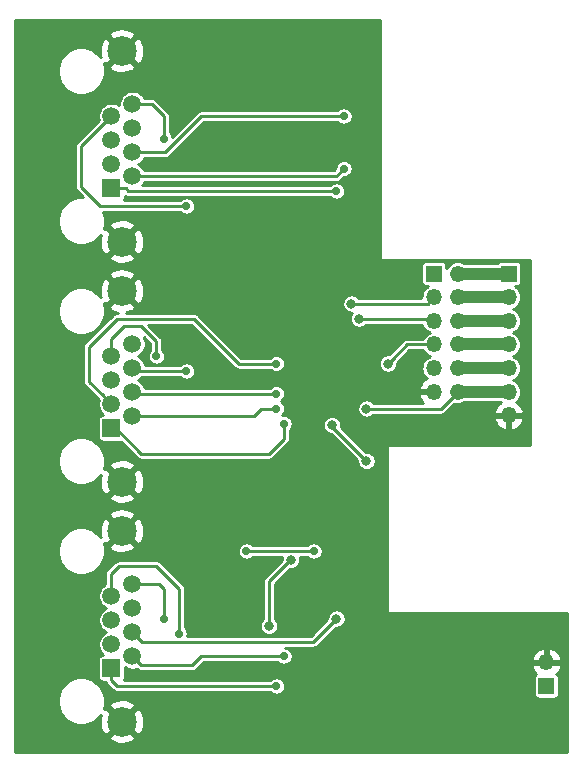
<source format=gbr>
%TF.GenerationSoftware,KiCad,Pcbnew,(5.1.2)-1*%
%TF.CreationDate,2019-06-16T16:42:14+02:00*%
%TF.ProjectId,i2s_tx,6932735f-7478-42e6-9b69-6361645f7063,rev?*%
%TF.SameCoordinates,Original*%
%TF.FileFunction,Copper,L2,Bot*%
%TF.FilePolarity,Positive*%
%FSLAX46Y46*%
G04 Gerber Fmt 4.6, Leading zero omitted, Abs format (unit mm)*
G04 Created by KiCad (PCBNEW (5.1.2)-1) date 2019-06-16 16:42:14*
%MOMM*%
%LPD*%
G04 APERTURE LIST*
%ADD10R,1.350000X1.350000*%
%ADD11O,1.350000X1.350000*%
%ADD12R,1.500000X1.500000*%
%ADD13C,1.500000*%
%ADD14C,2.500000*%
%ADD15C,0.800000*%
%ADD16C,0.700000*%
%ADD17C,1.000000*%
%ADD18C,0.250000*%
%ADD19C,0.254000*%
G04 APERTURE END LIST*
D10*
X63500000Y-45085000D03*
D11*
X65500000Y-45085000D03*
X63500000Y-47085000D03*
X65500000Y-47085000D03*
X63500000Y-49085000D03*
X65500000Y-49085000D03*
X63500000Y-51085000D03*
X65500000Y-51085000D03*
X63500000Y-53085000D03*
X65500000Y-53085000D03*
X63500000Y-55085000D03*
X65500000Y-55085000D03*
D12*
X36195000Y-78500000D03*
D13*
X36195000Y-76460000D03*
X36195000Y-74420000D03*
X36195000Y-72380000D03*
X37975000Y-77480000D03*
X37975000Y-75440000D03*
X37975000Y-73400000D03*
X37975000Y-71360000D03*
D14*
X37085000Y-66850000D03*
X37085000Y-83010000D03*
X37085000Y-42370000D03*
X37085000Y-26210000D03*
D13*
X37975000Y-30720000D03*
X37975000Y-32760000D03*
X37975000Y-34800000D03*
X37975000Y-36840000D03*
X36195000Y-31740000D03*
X36195000Y-33780000D03*
X36195000Y-35820000D03*
D12*
X36195000Y-37860000D03*
X36195000Y-58180000D03*
D13*
X36195000Y-56140000D03*
X36195000Y-54100000D03*
X36195000Y-52060000D03*
X37975000Y-57160000D03*
X37975000Y-55120000D03*
X37975000Y-53080000D03*
X37975000Y-51040000D03*
D14*
X37085000Y-46530000D03*
X37085000Y-62690000D03*
D10*
X73025000Y-80010000D03*
D11*
X73025000Y-78010000D03*
D10*
X69850000Y-45085000D03*
D11*
X69850000Y-47085000D03*
X69850000Y-49085000D03*
X69850000Y-51085000D03*
X69850000Y-53085000D03*
X69850000Y-55085000D03*
X69850000Y-57085000D03*
D13*
X58420000Y-77470000D03*
X46990000Y-65405000D03*
X55245000Y-71120000D03*
X55245000Y-76200000D03*
X45085000Y-74930000D03*
X52070000Y-83820000D03*
X48895000Y-45085000D03*
X55245000Y-29210000D03*
X55245000Y-34290000D03*
X45085000Y-33020000D03*
X55245000Y-50165000D03*
X55245000Y-55245000D03*
X45085000Y-53975000D03*
D15*
X57785000Y-56515000D03*
D16*
X50800000Y-57785000D03*
X50165000Y-56515000D03*
X50165000Y-55245000D03*
X50165000Y-52705000D03*
D15*
X57785000Y-60959966D03*
X54864000Y-57912000D03*
X57150000Y-48895000D03*
D16*
X42545000Y-53340000D03*
X40005000Y-52070000D03*
D15*
X59599990Y-52705000D03*
D16*
X50165000Y-80010000D03*
X50800000Y-77470000D03*
D15*
X55245000Y-74295000D03*
D16*
X53340000Y-68580000D03*
X47625000Y-68580000D03*
X40640000Y-74335000D03*
X41910000Y-75565000D03*
D15*
X56515000Y-47625000D03*
X49530000Y-74930000D03*
X51394999Y-69305000D03*
D16*
X42545000Y-39370000D03*
X40640000Y-33655000D03*
X55880000Y-31750000D03*
X55880000Y-36195000D03*
X55245000Y-38100000D03*
D17*
X69755000Y-55085000D02*
X69850000Y-54990000D01*
X65405000Y-55085000D02*
X69755000Y-55085000D01*
D18*
X65500000Y-55085000D02*
X64070000Y-56515000D01*
X64070000Y-56515000D02*
X58350685Y-56515000D01*
X58350685Y-56515000D02*
X57785000Y-56515000D01*
X36560000Y-58180000D02*
X36195000Y-58180000D01*
X38705000Y-60325000D02*
X36560000Y-58180000D01*
X49530000Y-60325000D02*
X38705000Y-60325000D01*
X50800000Y-57785000D02*
X50800000Y-59055000D01*
X50800000Y-59055000D02*
X49530000Y-60325000D01*
X50165000Y-56515000D02*
X48895000Y-56515000D01*
X48250000Y-57160000D02*
X37975000Y-57160000D01*
X48895000Y-56515000D02*
X48250000Y-57160000D01*
X38100000Y-55245000D02*
X37975000Y-55120000D01*
X50165000Y-55245000D02*
X38100000Y-55245000D01*
X35445001Y-55390001D02*
X36195000Y-56140000D01*
X46990000Y-52705000D02*
X43180000Y-48895000D01*
X50165000Y-52705000D02*
X46990000Y-52705000D01*
X43180000Y-48895000D02*
X36671250Y-48895000D01*
X36671250Y-48895000D02*
X34290000Y-51276250D01*
X34290000Y-51276250D02*
X34290000Y-54235000D01*
X34290000Y-54235000D02*
X35445001Y-55390001D01*
D17*
X69755000Y-53085000D02*
X69850000Y-52990000D01*
X65405000Y-53085000D02*
X69755000Y-53085000D01*
D18*
X57785000Y-60959966D02*
X54864000Y-58038966D01*
X54864000Y-58038966D02*
X54864000Y-57912000D01*
X63469800Y-49054800D02*
X63500000Y-49085000D01*
X63310000Y-48895000D02*
X63500000Y-49085000D01*
X57150000Y-48895000D02*
X63310000Y-48895000D01*
X38235000Y-53340000D02*
X37975000Y-53080000D01*
X42545000Y-53340000D02*
X38235000Y-53340000D01*
X36195000Y-50582170D02*
X36195000Y-52060000D01*
X37247170Y-49530000D02*
X36195000Y-50582170D01*
X38735000Y-49530000D02*
X37247170Y-49530000D01*
X40005000Y-52070000D02*
X40005000Y-50800000D01*
X40005000Y-50800000D02*
X38735000Y-49530000D01*
X61219990Y-51085000D02*
X59999989Y-52305001D01*
X63500000Y-51085000D02*
X61219990Y-51085000D01*
X59999989Y-52305001D02*
X59599990Y-52705000D01*
X36195000Y-79500000D02*
X36195000Y-78500000D01*
X36705000Y-80010000D02*
X36195000Y-79500000D01*
X50165000Y-80010000D02*
X36705000Y-80010000D01*
X50800000Y-77470000D02*
X43815000Y-77470000D01*
X38724999Y-78229999D02*
X37975000Y-77480000D01*
X43055001Y-78229999D02*
X38724999Y-78229999D01*
X43815000Y-77470000D02*
X43055001Y-78229999D01*
X38724999Y-76189999D02*
X37975000Y-75440000D01*
X38775001Y-76240001D02*
X38724999Y-76189999D01*
X53299999Y-76240001D02*
X38775001Y-76240001D01*
X55245000Y-74295000D02*
X53299999Y-76240001D01*
X53340000Y-68580000D02*
X47625000Y-68580000D01*
X38975000Y-71360000D02*
X37975000Y-71360000D01*
X40640000Y-74335000D02*
X40640000Y-71755000D01*
X40245000Y-71360000D02*
X37975000Y-71360000D01*
X40640000Y-71755000D02*
X40245000Y-71360000D01*
X36195000Y-70485000D02*
X36195000Y-72380000D01*
X36830000Y-69850000D02*
X36195000Y-70485000D01*
X40005000Y-69850000D02*
X36830000Y-69850000D01*
X41910000Y-71755000D02*
X40005000Y-69850000D01*
X41910000Y-71755000D02*
X41910000Y-75565000D01*
X49530000Y-74930000D02*
X49530000Y-71120000D01*
X49530000Y-71120000D02*
X51394999Y-69255001D01*
X51394999Y-69255001D02*
X51394999Y-69305000D01*
X62960000Y-47625000D02*
X63500000Y-47085000D01*
X56515000Y-47625000D02*
X62960000Y-47625000D01*
X36195000Y-31740000D02*
X33655000Y-34280000D01*
X33655000Y-37753998D02*
X35271002Y-39370000D01*
X33655000Y-34280000D02*
X33655000Y-37753998D01*
X35271002Y-39370000D02*
X42545000Y-39370000D01*
X37975000Y-30720000D02*
X39610000Y-30720000D01*
X39610000Y-30720000D02*
X40640000Y-31750000D01*
X40640000Y-31750000D02*
X40640000Y-33655000D01*
X43815000Y-31750000D02*
X55880000Y-31750000D01*
X37975000Y-34800000D02*
X40765000Y-34800000D01*
X40765000Y-34800000D02*
X43815000Y-31750000D01*
X37975000Y-36840000D02*
X55235000Y-36840000D01*
X55235000Y-36840000D02*
X55880000Y-36195000D01*
X37643998Y-38100000D02*
X55245000Y-38100000D01*
X36195000Y-37860000D02*
X37403998Y-37860000D01*
X37403998Y-37860000D02*
X37643998Y-38100000D01*
D17*
X69755000Y-45085000D02*
X69850000Y-44990000D01*
X65405000Y-45085000D02*
X69755000Y-45085000D01*
X69755000Y-47085000D02*
X69850000Y-46990000D01*
X65405000Y-47085000D02*
X69755000Y-47085000D01*
X69755000Y-49085000D02*
X69850000Y-48990000D01*
X65405000Y-49085000D02*
X69755000Y-49085000D01*
X69755000Y-51085000D02*
X69850000Y-50990000D01*
X65405000Y-51085000D02*
X69755000Y-51085000D01*
D19*
G36*
X58928000Y-43815000D02*
G01*
X58930440Y-43839776D01*
X58937667Y-43863601D01*
X58949403Y-43885557D01*
X58965197Y-43904803D01*
X58984443Y-43920597D01*
X59006399Y-43932333D01*
X59030224Y-43939560D01*
X59055000Y-43942000D01*
X71628000Y-43942000D01*
X71628000Y-59563000D01*
X59690000Y-59563000D01*
X59665224Y-59565440D01*
X59641399Y-59572667D01*
X59619443Y-59584403D01*
X59600197Y-59600197D01*
X59584403Y-59619443D01*
X59572667Y-59641399D01*
X59565440Y-59665224D01*
X59563000Y-59690000D01*
X59563000Y-73660000D01*
X59565440Y-73684776D01*
X59572667Y-73708601D01*
X59584403Y-73730557D01*
X59600197Y-73749803D01*
X59619443Y-73765597D01*
X59641399Y-73777333D01*
X59665224Y-73784560D01*
X59690000Y-73787000D01*
X74803000Y-73787000D01*
X74803000Y-85598000D01*
X28067000Y-85598000D01*
X28067000Y-84323605D01*
X35951000Y-84323605D01*
X36076914Y-84613577D01*
X36409126Y-84779433D01*
X36767312Y-84877290D01*
X37137706Y-84903389D01*
X37506075Y-84856725D01*
X37858262Y-84739094D01*
X38093086Y-84613577D01*
X38219000Y-84323605D01*
X37085000Y-83189605D01*
X35951000Y-84323605D01*
X28067000Y-84323605D01*
X28067000Y-81082426D01*
X31649000Y-81082426D01*
X31649000Y-81477574D01*
X31726090Y-81865129D01*
X31877306Y-82230197D01*
X32096838Y-82558750D01*
X32376250Y-82838162D01*
X32704803Y-83057694D01*
X33069871Y-83208910D01*
X33457426Y-83286000D01*
X33852574Y-83286000D01*
X34240129Y-83208910D01*
X34605197Y-83057694D01*
X34933750Y-82838162D01*
X35213162Y-82558750D01*
X35282585Y-82454852D01*
X35217710Y-82692312D01*
X35191611Y-83062706D01*
X35238275Y-83431075D01*
X35355906Y-83783262D01*
X35481423Y-84018086D01*
X35771395Y-84144000D01*
X36905395Y-83010000D01*
X37264605Y-83010000D01*
X38398605Y-84144000D01*
X38688577Y-84018086D01*
X38854433Y-83685874D01*
X38952290Y-83327688D01*
X38978389Y-82957294D01*
X38931725Y-82588925D01*
X38814094Y-82236738D01*
X38688577Y-82001914D01*
X38398605Y-81876000D01*
X37264605Y-83010000D01*
X36905395Y-83010000D01*
X35771395Y-81876000D01*
X35537302Y-81977650D01*
X35583910Y-81865129D01*
X35617473Y-81696395D01*
X35951000Y-81696395D01*
X37085000Y-82830395D01*
X38219000Y-81696395D01*
X38093086Y-81406423D01*
X37760874Y-81240567D01*
X37402688Y-81142710D01*
X37032294Y-81116611D01*
X36663925Y-81163275D01*
X36311738Y-81280906D01*
X36076914Y-81406423D01*
X35951000Y-81696395D01*
X35617473Y-81696395D01*
X35661000Y-81477574D01*
X35661000Y-81082426D01*
X35583910Y-80694871D01*
X35432694Y-80329803D01*
X35213162Y-80001250D01*
X34933750Y-79721838D01*
X34605197Y-79502306D01*
X34240129Y-79351090D01*
X33852574Y-79274000D01*
X33457426Y-79274000D01*
X33069871Y-79351090D01*
X32704803Y-79502306D01*
X32376250Y-79721838D01*
X32096838Y-80001250D01*
X31877306Y-80329803D01*
X31726090Y-80694871D01*
X31649000Y-81082426D01*
X28067000Y-81082426D01*
X28067000Y-77750000D01*
X35062157Y-77750000D01*
X35062157Y-79250000D01*
X35069513Y-79324689D01*
X35091299Y-79396508D01*
X35126678Y-79462696D01*
X35174289Y-79520711D01*
X35232304Y-79568322D01*
X35298492Y-79603701D01*
X35370311Y-79625487D01*
X35445000Y-79632843D01*
X35706530Y-79632843D01*
X35725255Y-79694574D01*
X35772241Y-79782479D01*
X35835473Y-79859527D01*
X35854785Y-79875376D01*
X36329628Y-80350220D01*
X36345473Y-80369527D01*
X36422521Y-80432759D01*
X36503391Y-80475985D01*
X36510425Y-80479745D01*
X36605807Y-80508678D01*
X36705000Y-80518448D01*
X36729854Y-80516000D01*
X49637210Y-80516000D01*
X49699015Y-80577805D01*
X49818742Y-80657804D01*
X49951775Y-80712908D01*
X50093003Y-80741000D01*
X50236997Y-80741000D01*
X50378225Y-80712908D01*
X50511258Y-80657804D01*
X50630985Y-80577805D01*
X50732805Y-80475985D01*
X50812804Y-80356258D01*
X50867908Y-80223225D01*
X50896000Y-80081997D01*
X50896000Y-79938003D01*
X50867908Y-79796775D01*
X50812804Y-79663742D01*
X50732805Y-79544015D01*
X50630985Y-79442195D01*
X50511258Y-79362196D01*
X50378225Y-79307092D01*
X50236997Y-79279000D01*
X50093003Y-79279000D01*
X49951775Y-79307092D01*
X49818742Y-79362196D01*
X49699015Y-79442195D01*
X49637210Y-79504000D01*
X37229425Y-79504000D01*
X37263322Y-79462696D01*
X37298701Y-79396508D01*
X37320487Y-79324689D01*
X37327843Y-79250000D01*
X37327843Y-78407825D01*
X37439271Y-78482279D01*
X37645100Y-78567536D01*
X37863606Y-78611000D01*
X38086394Y-78611000D01*
X38304900Y-78567536D01*
X38334630Y-78555222D01*
X38349627Y-78570219D01*
X38365472Y-78589526D01*
X38442520Y-78652758D01*
X38530424Y-78699744D01*
X38625806Y-78728677D01*
X38724999Y-78738447D01*
X38749853Y-78735999D01*
X43030155Y-78735999D01*
X43055001Y-78738446D01*
X43079847Y-78735999D01*
X43079855Y-78735999D01*
X43154194Y-78728677D01*
X43249576Y-78699744D01*
X43337480Y-78652758D01*
X43414528Y-78589526D01*
X43430377Y-78570214D01*
X43661191Y-78339400D01*
X71757090Y-78339400D01*
X71787762Y-78440528D01*
X71895527Y-78673629D01*
X72046697Y-78881227D01*
X72172910Y-78997646D01*
X72137304Y-79016678D01*
X72079289Y-79064289D01*
X72031678Y-79122304D01*
X71996299Y-79188492D01*
X71974513Y-79260311D01*
X71967157Y-79335000D01*
X71967157Y-80685000D01*
X71974513Y-80759689D01*
X71996299Y-80831508D01*
X72031678Y-80897696D01*
X72079289Y-80955711D01*
X72137304Y-81003322D01*
X72203492Y-81038701D01*
X72275311Y-81060487D01*
X72350000Y-81067843D01*
X73700000Y-81067843D01*
X73774689Y-81060487D01*
X73846508Y-81038701D01*
X73912696Y-81003322D01*
X73970711Y-80955711D01*
X74018322Y-80897696D01*
X74053701Y-80831508D01*
X74075487Y-80759689D01*
X74082843Y-80685000D01*
X74082843Y-79335000D01*
X74075487Y-79260311D01*
X74053701Y-79188492D01*
X74018322Y-79122304D01*
X73970711Y-79064289D01*
X73912696Y-79016678D01*
X73877090Y-78997646D01*
X74003303Y-78881227D01*
X74154473Y-78673629D01*
X74262238Y-78440528D01*
X74292910Y-78339400D01*
X74169224Y-78137000D01*
X73152000Y-78137000D01*
X73152000Y-78157000D01*
X72898000Y-78157000D01*
X72898000Y-78137000D01*
X71880776Y-78137000D01*
X71757090Y-78339400D01*
X43661191Y-78339400D01*
X44024592Y-77976000D01*
X50272210Y-77976000D01*
X50334015Y-78037805D01*
X50453742Y-78117804D01*
X50586775Y-78172908D01*
X50728003Y-78201000D01*
X50871997Y-78201000D01*
X51013225Y-78172908D01*
X51146258Y-78117804D01*
X51265985Y-78037805D01*
X51367805Y-77935985D01*
X51447804Y-77816258D01*
X51502908Y-77683225D01*
X51503430Y-77680600D01*
X71757090Y-77680600D01*
X71880776Y-77883000D01*
X72898000Y-77883000D01*
X72898000Y-76864915D01*
X73152000Y-76864915D01*
X73152000Y-77883000D01*
X74169224Y-77883000D01*
X74292910Y-77680600D01*
X74262238Y-77579472D01*
X74154473Y-77346371D01*
X74003303Y-77138773D01*
X73814537Y-76964656D01*
X73595430Y-76830711D01*
X73354401Y-76742085D01*
X73152000Y-76864915D01*
X72898000Y-76864915D01*
X72695599Y-76742085D01*
X72454570Y-76830711D01*
X72235463Y-76964656D01*
X72046697Y-77138773D01*
X71895527Y-77346371D01*
X71787762Y-77579472D01*
X71757090Y-77680600D01*
X51503430Y-77680600D01*
X51531000Y-77541997D01*
X51531000Y-77398003D01*
X51502908Y-77256775D01*
X51447804Y-77123742D01*
X51367805Y-77004015D01*
X51265985Y-76902195D01*
X51146258Y-76822196D01*
X51013225Y-76767092D01*
X50907193Y-76746001D01*
X53275153Y-76746001D01*
X53299999Y-76748448D01*
X53324845Y-76746001D01*
X53324853Y-76746001D01*
X53399192Y-76738679D01*
X53494574Y-76709746D01*
X53582478Y-76662760D01*
X53659526Y-76599528D01*
X53675375Y-76580216D01*
X55179592Y-75076000D01*
X55321922Y-75076000D01*
X55472809Y-75045987D01*
X55614942Y-74987113D01*
X55742859Y-74901642D01*
X55851642Y-74792859D01*
X55937113Y-74664942D01*
X55995987Y-74522809D01*
X56026000Y-74371922D01*
X56026000Y-74218078D01*
X55995987Y-74067191D01*
X55937113Y-73925058D01*
X55851642Y-73797141D01*
X55742859Y-73688358D01*
X55614942Y-73602887D01*
X55472809Y-73544013D01*
X55321922Y-73514000D01*
X55168078Y-73514000D01*
X55017191Y-73544013D01*
X54875058Y-73602887D01*
X54747141Y-73688358D01*
X54638358Y-73797141D01*
X54552887Y-73925058D01*
X54494013Y-74067191D01*
X54464000Y-74218078D01*
X54464000Y-74360408D01*
X53090408Y-75734001D01*
X42621705Y-75734001D01*
X42641000Y-75636997D01*
X42641000Y-75493003D01*
X42612908Y-75351775D01*
X42557804Y-75218742D01*
X42477805Y-75099015D01*
X42416000Y-75037210D01*
X42416000Y-71779854D01*
X42418448Y-71755000D01*
X42408678Y-71655807D01*
X42379745Y-71560425D01*
X42376618Y-71554575D01*
X42332759Y-71472521D01*
X42269527Y-71395473D01*
X42250220Y-71379628D01*
X40380376Y-69509785D01*
X40364527Y-69490473D01*
X40287479Y-69427241D01*
X40199575Y-69380255D01*
X40104193Y-69351322D01*
X40029854Y-69344000D01*
X40029846Y-69344000D01*
X40005000Y-69341553D01*
X39980154Y-69344000D01*
X36854854Y-69344000D01*
X36830000Y-69341552D01*
X36805146Y-69344000D01*
X36730807Y-69351322D01*
X36635425Y-69380255D01*
X36547521Y-69427241D01*
X36470473Y-69490473D01*
X36454628Y-69509780D01*
X35854785Y-70109624D01*
X35835473Y-70125473D01*
X35772241Y-70202521D01*
X35725255Y-70290426D01*
X35696322Y-70385808D01*
X35689000Y-70460147D01*
X35689000Y-70460154D01*
X35686553Y-70485000D01*
X35689000Y-70509846D01*
X35689000Y-71365407D01*
X35659271Y-71377721D01*
X35474030Y-71501495D01*
X35316495Y-71659030D01*
X35192721Y-71844271D01*
X35107464Y-72050100D01*
X35064000Y-72268606D01*
X35064000Y-72491394D01*
X35107464Y-72709900D01*
X35192721Y-72915729D01*
X35316495Y-73100970D01*
X35474030Y-73258505D01*
X35659271Y-73382279D01*
X35702053Y-73400000D01*
X35659271Y-73417721D01*
X35474030Y-73541495D01*
X35316495Y-73699030D01*
X35192721Y-73884271D01*
X35107464Y-74090100D01*
X35064000Y-74308606D01*
X35064000Y-74531394D01*
X35107464Y-74749900D01*
X35192721Y-74955729D01*
X35316495Y-75140970D01*
X35474030Y-75298505D01*
X35659271Y-75422279D01*
X35702053Y-75440000D01*
X35659271Y-75457721D01*
X35474030Y-75581495D01*
X35316495Y-75739030D01*
X35192721Y-75924271D01*
X35107464Y-76130100D01*
X35064000Y-76348606D01*
X35064000Y-76571394D01*
X35107464Y-76789900D01*
X35192721Y-76995729D01*
X35316495Y-77180970D01*
X35474030Y-77338505D01*
X35516911Y-77367157D01*
X35445000Y-77367157D01*
X35370311Y-77374513D01*
X35298492Y-77396299D01*
X35232304Y-77431678D01*
X35174289Y-77479289D01*
X35126678Y-77537304D01*
X35091299Y-77603492D01*
X35069513Y-77675311D01*
X35062157Y-77750000D01*
X28067000Y-77750000D01*
X28067000Y-68382426D01*
X31649000Y-68382426D01*
X31649000Y-68777574D01*
X31726090Y-69165129D01*
X31877306Y-69530197D01*
X32096838Y-69858750D01*
X32376250Y-70138162D01*
X32704803Y-70357694D01*
X33069871Y-70508910D01*
X33457426Y-70586000D01*
X33852574Y-70586000D01*
X34240129Y-70508910D01*
X34605197Y-70357694D01*
X34933750Y-70138162D01*
X35213162Y-69858750D01*
X35432694Y-69530197D01*
X35583910Y-69165129D01*
X35661000Y-68777574D01*
X35661000Y-68382426D01*
X35617474Y-68163605D01*
X35951000Y-68163605D01*
X36076914Y-68453577D01*
X36409126Y-68619433D01*
X36767312Y-68717290D01*
X37137706Y-68743389D01*
X37506075Y-68696725D01*
X37858262Y-68579094D01*
X37991262Y-68508003D01*
X46894000Y-68508003D01*
X46894000Y-68651997D01*
X46922092Y-68793225D01*
X46977196Y-68926258D01*
X47057195Y-69045985D01*
X47159015Y-69147805D01*
X47278742Y-69227804D01*
X47411775Y-69282908D01*
X47553003Y-69311000D01*
X47696997Y-69311000D01*
X47838225Y-69282908D01*
X47971258Y-69227804D01*
X48090985Y-69147805D01*
X48152790Y-69086000D01*
X50642260Y-69086000D01*
X50613999Y-69228078D01*
X50613999Y-69320409D01*
X49189781Y-70744628D01*
X49170474Y-70760473D01*
X49107242Y-70837521D01*
X49099742Y-70851553D01*
X49060255Y-70925426D01*
X49031322Y-71020808D01*
X49021553Y-71120000D01*
X49024001Y-71144856D01*
X49024000Y-74331499D01*
X48923358Y-74432141D01*
X48837887Y-74560058D01*
X48779013Y-74702191D01*
X48749000Y-74853078D01*
X48749000Y-75006922D01*
X48779013Y-75157809D01*
X48837887Y-75299942D01*
X48923358Y-75427859D01*
X49032141Y-75536642D01*
X49160058Y-75622113D01*
X49302191Y-75680987D01*
X49453078Y-75711000D01*
X49606922Y-75711000D01*
X49757809Y-75680987D01*
X49899942Y-75622113D01*
X50027859Y-75536642D01*
X50136642Y-75427859D01*
X50222113Y-75299942D01*
X50280987Y-75157809D01*
X50311000Y-75006922D01*
X50311000Y-74853078D01*
X50280987Y-74702191D01*
X50222113Y-74560058D01*
X50136642Y-74432141D01*
X50036000Y-74331499D01*
X50036000Y-71329591D01*
X51285977Y-70079615D01*
X51318077Y-70086000D01*
X51471921Y-70086000D01*
X51622808Y-70055987D01*
X51764941Y-69997113D01*
X51892858Y-69911642D01*
X52001641Y-69802859D01*
X52087112Y-69674942D01*
X52145986Y-69532809D01*
X52175999Y-69381922D01*
X52175999Y-69228078D01*
X52147738Y-69086000D01*
X52812210Y-69086000D01*
X52874015Y-69147805D01*
X52993742Y-69227804D01*
X53126775Y-69282908D01*
X53268003Y-69311000D01*
X53411997Y-69311000D01*
X53553225Y-69282908D01*
X53686258Y-69227804D01*
X53805985Y-69147805D01*
X53907805Y-69045985D01*
X53987804Y-68926258D01*
X54042908Y-68793225D01*
X54071000Y-68651997D01*
X54071000Y-68508003D01*
X54042908Y-68366775D01*
X53987804Y-68233742D01*
X53907805Y-68114015D01*
X53805985Y-68012195D01*
X53686258Y-67932196D01*
X53553225Y-67877092D01*
X53411997Y-67849000D01*
X53268003Y-67849000D01*
X53126775Y-67877092D01*
X52993742Y-67932196D01*
X52874015Y-68012195D01*
X52812210Y-68074000D01*
X48152790Y-68074000D01*
X48090985Y-68012195D01*
X47971258Y-67932196D01*
X47838225Y-67877092D01*
X47696997Y-67849000D01*
X47553003Y-67849000D01*
X47411775Y-67877092D01*
X47278742Y-67932196D01*
X47159015Y-68012195D01*
X47057195Y-68114015D01*
X46977196Y-68233742D01*
X46922092Y-68366775D01*
X46894000Y-68508003D01*
X37991262Y-68508003D01*
X38093086Y-68453577D01*
X38219000Y-68163605D01*
X37085000Y-67029605D01*
X35951000Y-68163605D01*
X35617474Y-68163605D01*
X35583910Y-67994871D01*
X35537302Y-67882350D01*
X35771395Y-67984000D01*
X36905395Y-66850000D01*
X37264605Y-66850000D01*
X38398605Y-67984000D01*
X38688577Y-67858086D01*
X38854433Y-67525874D01*
X38952290Y-67167688D01*
X38978389Y-66797294D01*
X38931725Y-66428925D01*
X38814094Y-66076738D01*
X38688577Y-65841914D01*
X38398605Y-65716000D01*
X37264605Y-66850000D01*
X36905395Y-66850000D01*
X35771395Y-65716000D01*
X35481423Y-65841914D01*
X35315567Y-66174126D01*
X35217710Y-66532312D01*
X35191611Y-66902706D01*
X35238275Y-67271075D01*
X35283527Y-67406558D01*
X35213162Y-67301250D01*
X34933750Y-67021838D01*
X34605197Y-66802306D01*
X34240129Y-66651090D01*
X33852574Y-66574000D01*
X33457426Y-66574000D01*
X33069871Y-66651090D01*
X32704803Y-66802306D01*
X32376250Y-67021838D01*
X32096838Y-67301250D01*
X31877306Y-67629803D01*
X31726090Y-67994871D01*
X31649000Y-68382426D01*
X28067000Y-68382426D01*
X28067000Y-65536395D01*
X35951000Y-65536395D01*
X37085000Y-66670395D01*
X38219000Y-65536395D01*
X38093086Y-65246423D01*
X37760874Y-65080567D01*
X37402688Y-64982710D01*
X37032294Y-64956611D01*
X36663925Y-65003275D01*
X36311738Y-65120906D01*
X36076914Y-65246423D01*
X35951000Y-65536395D01*
X28067000Y-65536395D01*
X28067000Y-64003605D01*
X35951000Y-64003605D01*
X36076914Y-64293577D01*
X36409126Y-64459433D01*
X36767312Y-64557290D01*
X37137706Y-64583389D01*
X37506075Y-64536725D01*
X37858262Y-64419094D01*
X38093086Y-64293577D01*
X38219000Y-64003605D01*
X37085000Y-62869605D01*
X35951000Y-64003605D01*
X28067000Y-64003605D01*
X28067000Y-60762426D01*
X31649000Y-60762426D01*
X31649000Y-61157574D01*
X31726090Y-61545129D01*
X31877306Y-61910197D01*
X32096838Y-62238750D01*
X32376250Y-62518162D01*
X32704803Y-62737694D01*
X33069871Y-62888910D01*
X33457426Y-62966000D01*
X33852574Y-62966000D01*
X34240129Y-62888910D01*
X34605197Y-62737694D01*
X34933750Y-62518162D01*
X35213162Y-62238750D01*
X35282585Y-62134852D01*
X35217710Y-62372312D01*
X35191611Y-62742706D01*
X35238275Y-63111075D01*
X35355906Y-63463262D01*
X35481423Y-63698086D01*
X35771395Y-63824000D01*
X36905395Y-62690000D01*
X37264605Y-62690000D01*
X38398605Y-63824000D01*
X38688577Y-63698086D01*
X38854433Y-63365874D01*
X38952290Y-63007688D01*
X38978389Y-62637294D01*
X38931725Y-62268925D01*
X38814094Y-61916738D01*
X38688577Y-61681914D01*
X38398605Y-61556000D01*
X37264605Y-62690000D01*
X36905395Y-62690000D01*
X35771395Y-61556000D01*
X35537302Y-61657650D01*
X35583910Y-61545129D01*
X35617473Y-61376395D01*
X35951000Y-61376395D01*
X37085000Y-62510395D01*
X38219000Y-61376395D01*
X38093086Y-61086423D01*
X37760874Y-60920567D01*
X37402688Y-60822710D01*
X37032294Y-60796611D01*
X36663925Y-60843275D01*
X36311738Y-60960906D01*
X36076914Y-61086423D01*
X35951000Y-61376395D01*
X35617473Y-61376395D01*
X35661000Y-61157574D01*
X35661000Y-60762426D01*
X35583910Y-60374871D01*
X35432694Y-60009803D01*
X35213162Y-59681250D01*
X34933750Y-59401838D01*
X34605197Y-59182306D01*
X34240129Y-59031090D01*
X33852574Y-58954000D01*
X33457426Y-58954000D01*
X33069871Y-59031090D01*
X32704803Y-59182306D01*
X32376250Y-59401838D01*
X32096838Y-59681250D01*
X31877306Y-60009803D01*
X31726090Y-60374871D01*
X31649000Y-60762426D01*
X28067000Y-60762426D01*
X28067000Y-51276250D01*
X33781553Y-51276250D01*
X33784000Y-51301096D01*
X33784001Y-54210144D01*
X33781553Y-54235000D01*
X33791322Y-54334192D01*
X33820255Y-54429574D01*
X33835997Y-54459025D01*
X33867242Y-54517479D01*
X33930474Y-54594527D01*
X33949780Y-54610371D01*
X35104779Y-55765371D01*
X35104784Y-55765375D01*
X35119779Y-55780370D01*
X35107464Y-55810100D01*
X35064000Y-56028606D01*
X35064000Y-56251394D01*
X35107464Y-56469900D01*
X35192721Y-56675729D01*
X35316495Y-56860970D01*
X35474030Y-57018505D01*
X35516911Y-57047157D01*
X35445000Y-57047157D01*
X35370311Y-57054513D01*
X35298492Y-57076299D01*
X35232304Y-57111678D01*
X35174289Y-57159289D01*
X35126678Y-57217304D01*
X35091299Y-57283492D01*
X35069513Y-57355311D01*
X35062157Y-57430000D01*
X35062157Y-58930000D01*
X35069513Y-59004689D01*
X35091299Y-59076508D01*
X35126678Y-59142696D01*
X35174289Y-59200711D01*
X35232304Y-59248322D01*
X35298492Y-59283701D01*
X35370311Y-59305487D01*
X35445000Y-59312843D01*
X36945000Y-59312843D01*
X36974360Y-59309951D01*
X38329628Y-60665220D01*
X38345473Y-60684527D01*
X38422521Y-60747759D01*
X38510425Y-60794745D01*
X38605806Y-60823678D01*
X38615694Y-60824652D01*
X38680146Y-60831000D01*
X38680153Y-60831000D01*
X38704999Y-60833447D01*
X38729845Y-60831000D01*
X49505154Y-60831000D01*
X49530000Y-60833447D01*
X49554846Y-60831000D01*
X49554854Y-60831000D01*
X49629193Y-60823678D01*
X49724575Y-60794745D01*
X49812479Y-60747759D01*
X49889527Y-60684527D01*
X49905376Y-60665215D01*
X51140220Y-59430372D01*
X51159527Y-59414527D01*
X51222759Y-59337479D01*
X51269745Y-59249575D01*
X51298678Y-59154193D01*
X51306000Y-59079854D01*
X51306000Y-59079847D01*
X51308447Y-59055001D01*
X51306000Y-59030155D01*
X51306000Y-58312790D01*
X51367805Y-58250985D01*
X51447804Y-58131258D01*
X51502908Y-57998225D01*
X51531000Y-57856997D01*
X51531000Y-57835078D01*
X54083000Y-57835078D01*
X54083000Y-57988922D01*
X54113013Y-58139809D01*
X54171887Y-58281942D01*
X54257358Y-58409859D01*
X54366141Y-58518642D01*
X54494058Y-58604113D01*
X54636191Y-58662987D01*
X54787078Y-58693000D01*
X54802443Y-58693000D01*
X57004000Y-60894558D01*
X57004000Y-61036888D01*
X57034013Y-61187775D01*
X57092887Y-61329908D01*
X57178358Y-61457825D01*
X57287141Y-61566608D01*
X57415058Y-61652079D01*
X57557191Y-61710953D01*
X57708078Y-61740966D01*
X57861922Y-61740966D01*
X58012809Y-61710953D01*
X58154942Y-61652079D01*
X58282859Y-61566608D01*
X58391642Y-61457825D01*
X58477113Y-61329908D01*
X58535987Y-61187775D01*
X58566000Y-61036888D01*
X58566000Y-60883044D01*
X58535987Y-60732157D01*
X58477113Y-60590024D01*
X58391642Y-60462107D01*
X58282859Y-60353324D01*
X58154942Y-60267853D01*
X58012809Y-60208979D01*
X57861922Y-60178966D01*
X57719592Y-60178966D01*
X55625845Y-58085220D01*
X55645000Y-57988922D01*
X55645000Y-57835078D01*
X55614987Y-57684191D01*
X55556113Y-57542058D01*
X55470816Y-57414400D01*
X68582090Y-57414400D01*
X68612762Y-57515528D01*
X68720527Y-57748629D01*
X68871697Y-57956227D01*
X69060463Y-58130344D01*
X69279570Y-58264289D01*
X69520599Y-58352915D01*
X69723000Y-58230085D01*
X69723000Y-57212000D01*
X69977000Y-57212000D01*
X69977000Y-58230085D01*
X70179401Y-58352915D01*
X70420430Y-58264289D01*
X70639537Y-58130344D01*
X70828303Y-57956227D01*
X70979473Y-57748629D01*
X71087238Y-57515528D01*
X71117910Y-57414400D01*
X70994224Y-57212000D01*
X69977000Y-57212000D01*
X69723000Y-57212000D01*
X68705776Y-57212000D01*
X68582090Y-57414400D01*
X55470816Y-57414400D01*
X55470642Y-57414141D01*
X55361859Y-57305358D01*
X55233942Y-57219887D01*
X55091809Y-57161013D01*
X54940922Y-57131000D01*
X54787078Y-57131000D01*
X54636191Y-57161013D01*
X54494058Y-57219887D01*
X54366141Y-57305358D01*
X54257358Y-57414141D01*
X54171887Y-57542058D01*
X54113013Y-57684191D01*
X54083000Y-57835078D01*
X51531000Y-57835078D01*
X51531000Y-57713003D01*
X51502908Y-57571775D01*
X51447804Y-57438742D01*
X51367805Y-57319015D01*
X51265985Y-57217195D01*
X51146258Y-57137196D01*
X51013225Y-57082092D01*
X50871997Y-57054000D01*
X50728003Y-57054000D01*
X50642853Y-57070937D01*
X50732805Y-56980985D01*
X50812804Y-56861258D01*
X50867908Y-56728225D01*
X50896000Y-56586997D01*
X50896000Y-56443003D01*
X50867908Y-56301775D01*
X50812804Y-56168742D01*
X50732805Y-56049015D01*
X50630985Y-55947195D01*
X50530421Y-55880000D01*
X50630985Y-55812805D01*
X50732805Y-55710985D01*
X50812804Y-55591258D01*
X50867908Y-55458225D01*
X50896000Y-55316997D01*
X50896000Y-55173003D01*
X50867908Y-55031775D01*
X50812804Y-54898742D01*
X50732805Y-54779015D01*
X50630985Y-54677195D01*
X50511258Y-54597196D01*
X50378225Y-54542092D01*
X50236997Y-54514000D01*
X50093003Y-54514000D01*
X49951775Y-54542092D01*
X49818742Y-54597196D01*
X49699015Y-54677195D01*
X49637210Y-54739000D01*
X39041370Y-54739000D01*
X38977279Y-54584271D01*
X38853505Y-54399030D01*
X38695970Y-54241495D01*
X38510729Y-54117721D01*
X38467947Y-54100000D01*
X38510729Y-54082279D01*
X38695970Y-53958505D01*
X38808475Y-53846000D01*
X42017210Y-53846000D01*
X42079015Y-53907805D01*
X42198742Y-53987804D01*
X42331775Y-54042908D01*
X42473003Y-54071000D01*
X42616997Y-54071000D01*
X42758225Y-54042908D01*
X42891258Y-53987804D01*
X43010985Y-53907805D01*
X43112805Y-53805985D01*
X43192804Y-53686258D01*
X43247908Y-53553225D01*
X43276000Y-53411997D01*
X43276000Y-53268003D01*
X43247908Y-53126775D01*
X43192804Y-52993742D01*
X43112805Y-52874015D01*
X43010985Y-52772195D01*
X42891258Y-52692196D01*
X42758225Y-52637092D01*
X42616997Y-52609000D01*
X42473003Y-52609000D01*
X42331775Y-52637092D01*
X42198742Y-52692196D01*
X42079015Y-52772195D01*
X42017210Y-52834000D01*
X39079225Y-52834000D01*
X39062536Y-52750100D01*
X38977279Y-52544271D01*
X38853505Y-52359030D01*
X38695970Y-52201495D01*
X38510729Y-52077721D01*
X38467947Y-52060000D01*
X38510729Y-52042279D01*
X38695970Y-51918505D01*
X38853505Y-51760970D01*
X38977279Y-51575729D01*
X39062536Y-51369900D01*
X39106000Y-51151394D01*
X39106000Y-50928606D01*
X39062536Y-50710100D01*
X38977279Y-50504271D01*
X38944254Y-50454845D01*
X39499001Y-51009593D01*
X39499000Y-51542210D01*
X39437195Y-51604015D01*
X39357196Y-51723742D01*
X39302092Y-51856775D01*
X39274000Y-51998003D01*
X39274000Y-52141997D01*
X39302092Y-52283225D01*
X39357196Y-52416258D01*
X39437195Y-52535985D01*
X39539015Y-52637805D01*
X39658742Y-52717804D01*
X39791775Y-52772908D01*
X39933003Y-52801000D01*
X40076997Y-52801000D01*
X40218225Y-52772908D01*
X40351258Y-52717804D01*
X40470985Y-52637805D01*
X40572805Y-52535985D01*
X40652804Y-52416258D01*
X40707908Y-52283225D01*
X40736000Y-52141997D01*
X40736000Y-51998003D01*
X40707908Y-51856775D01*
X40652804Y-51723742D01*
X40572805Y-51604015D01*
X40511000Y-51542210D01*
X40511000Y-50824845D01*
X40513447Y-50799999D01*
X40511000Y-50775153D01*
X40511000Y-50775146D01*
X40503678Y-50700807D01*
X40491980Y-50662241D01*
X40474745Y-50605425D01*
X40459312Y-50576553D01*
X40427759Y-50517521D01*
X40364527Y-50440473D01*
X40345220Y-50424628D01*
X39321591Y-49401000D01*
X42970409Y-49401000D01*
X46614628Y-53045220D01*
X46630473Y-53064527D01*
X46707521Y-53127759D01*
X46772902Y-53162706D01*
X46795425Y-53174745D01*
X46890807Y-53203678D01*
X46990000Y-53213448D01*
X47014854Y-53211000D01*
X49637210Y-53211000D01*
X49699015Y-53272805D01*
X49818742Y-53352804D01*
X49951775Y-53407908D01*
X50093003Y-53436000D01*
X50236997Y-53436000D01*
X50378225Y-53407908D01*
X50511258Y-53352804D01*
X50630985Y-53272805D01*
X50732805Y-53170985D01*
X50812804Y-53051258D01*
X50867908Y-52918225D01*
X50896000Y-52776997D01*
X50896000Y-52633003D01*
X50867908Y-52491775D01*
X50812804Y-52358742D01*
X50732805Y-52239015D01*
X50630985Y-52137195D01*
X50511258Y-52057196D01*
X50378225Y-52002092D01*
X50236997Y-51974000D01*
X50093003Y-51974000D01*
X49951775Y-52002092D01*
X49818742Y-52057196D01*
X49699015Y-52137195D01*
X49637210Y-52199000D01*
X47199592Y-52199000D01*
X43555376Y-48554785D01*
X43539527Y-48535473D01*
X43462479Y-48472241D01*
X43374575Y-48425255D01*
X43279193Y-48396322D01*
X43204854Y-48389000D01*
X43204846Y-48389000D01*
X43180000Y-48386553D01*
X43155154Y-48389000D01*
X37409175Y-48389000D01*
X37506075Y-48376725D01*
X37858262Y-48259094D01*
X38093086Y-48133577D01*
X38219000Y-47843605D01*
X37085000Y-46709605D01*
X35951000Y-47843605D01*
X36076914Y-48133577D01*
X36409126Y-48299433D01*
X36736968Y-48389000D01*
X36696095Y-48389000D01*
X36671249Y-48386553D01*
X36646403Y-48389000D01*
X36646396Y-48389000D01*
X36572057Y-48396322D01*
X36476675Y-48425255D01*
X36388771Y-48472241D01*
X36311723Y-48535473D01*
X36295878Y-48554780D01*
X33949785Y-50900874D01*
X33930473Y-50916723D01*
X33867241Y-50993771D01*
X33820255Y-51081676D01*
X33791322Y-51177058D01*
X33784000Y-51251397D01*
X33784000Y-51251404D01*
X33781553Y-51276250D01*
X28067000Y-51276250D01*
X28067000Y-48062426D01*
X31649000Y-48062426D01*
X31649000Y-48457574D01*
X31726090Y-48845129D01*
X31877306Y-49210197D01*
X32096838Y-49538750D01*
X32376250Y-49818162D01*
X32704803Y-50037694D01*
X33069871Y-50188910D01*
X33457426Y-50266000D01*
X33852574Y-50266000D01*
X34240129Y-50188910D01*
X34605197Y-50037694D01*
X34933750Y-49818162D01*
X35213162Y-49538750D01*
X35432694Y-49210197D01*
X35583910Y-48845129D01*
X35661000Y-48457574D01*
X35661000Y-48062426D01*
X35583910Y-47674871D01*
X35537302Y-47562350D01*
X35771395Y-47664000D01*
X36905395Y-46530000D01*
X37264605Y-46530000D01*
X38398605Y-47664000D01*
X38665566Y-47548078D01*
X55734000Y-47548078D01*
X55734000Y-47701922D01*
X55764013Y-47852809D01*
X55822887Y-47994942D01*
X55908358Y-48122859D01*
X56017141Y-48231642D01*
X56145058Y-48317113D01*
X56287191Y-48375987D01*
X56438078Y-48406000D01*
X56537439Y-48406000D01*
X56457887Y-48525058D01*
X56399013Y-48667191D01*
X56369000Y-48818078D01*
X56369000Y-48971922D01*
X56399013Y-49122809D01*
X56457887Y-49264942D01*
X56543358Y-49392859D01*
X56652141Y-49501642D01*
X56780058Y-49587113D01*
X56922191Y-49645987D01*
X57073078Y-49676000D01*
X57226922Y-49676000D01*
X57377809Y-49645987D01*
X57519942Y-49587113D01*
X57647859Y-49501642D01*
X57748501Y-49401000D01*
X62492341Y-49401000D01*
X62519663Y-49491069D01*
X62617720Y-49674521D01*
X62749683Y-49835317D01*
X62910479Y-49967280D01*
X63093931Y-50065337D01*
X63158752Y-50085000D01*
X63093931Y-50104663D01*
X62910479Y-50202720D01*
X62749683Y-50334683D01*
X62617720Y-50495479D01*
X62573077Y-50579000D01*
X61244836Y-50579000D01*
X61219990Y-50576553D01*
X61195144Y-50579000D01*
X61195136Y-50579000D01*
X61120797Y-50586322D01*
X61025415Y-50615255D01*
X60937511Y-50662241D01*
X60860463Y-50725473D01*
X60844618Y-50744780D01*
X59665399Y-51924000D01*
X59523068Y-51924000D01*
X59372181Y-51954013D01*
X59230048Y-52012887D01*
X59102131Y-52098358D01*
X58993348Y-52207141D01*
X58907877Y-52335058D01*
X58849003Y-52477191D01*
X58818990Y-52628078D01*
X58818990Y-52781922D01*
X58849003Y-52932809D01*
X58907877Y-53074942D01*
X58993348Y-53202859D01*
X59102131Y-53311642D01*
X59230048Y-53397113D01*
X59372181Y-53455987D01*
X59523068Y-53486000D01*
X59676912Y-53486000D01*
X59827799Y-53455987D01*
X59969932Y-53397113D01*
X60097849Y-53311642D01*
X60206632Y-53202859D01*
X60292103Y-53074942D01*
X60350977Y-52932809D01*
X60380990Y-52781922D01*
X60380990Y-52639591D01*
X61429582Y-51591000D01*
X62573077Y-51591000D01*
X62617720Y-51674521D01*
X62749683Y-51835317D01*
X62910479Y-51967280D01*
X63093931Y-52065337D01*
X63158752Y-52085000D01*
X63093931Y-52104663D01*
X62910479Y-52202720D01*
X62749683Y-52334683D01*
X62617720Y-52495479D01*
X62519663Y-52678931D01*
X62459280Y-52877988D01*
X62438891Y-53085000D01*
X62459280Y-53292012D01*
X62519663Y-53491069D01*
X62617720Y-53674521D01*
X62749683Y-53835317D01*
X62875634Y-53938683D01*
X62710463Y-54039656D01*
X62521697Y-54213773D01*
X62370527Y-54421371D01*
X62262762Y-54654472D01*
X62232090Y-54755600D01*
X62355776Y-54958000D01*
X63373000Y-54958000D01*
X63373000Y-54938000D01*
X63627000Y-54938000D01*
X63627000Y-54958000D01*
X63647000Y-54958000D01*
X63647000Y-55212000D01*
X63627000Y-55212000D01*
X63627000Y-55232000D01*
X63373000Y-55232000D01*
X63373000Y-55212000D01*
X62355776Y-55212000D01*
X62232090Y-55414400D01*
X62262762Y-55515528D01*
X62370527Y-55748629D01*
X62521697Y-55956227D01*
X62578910Y-56009000D01*
X58383501Y-56009000D01*
X58282859Y-55908358D01*
X58154942Y-55822887D01*
X58012809Y-55764013D01*
X57861922Y-55734000D01*
X57708078Y-55734000D01*
X57557191Y-55764013D01*
X57415058Y-55822887D01*
X57287141Y-55908358D01*
X57178358Y-56017141D01*
X57092887Y-56145058D01*
X57034013Y-56287191D01*
X57004000Y-56438078D01*
X57004000Y-56591922D01*
X57034013Y-56742809D01*
X57092887Y-56884942D01*
X57178358Y-57012859D01*
X57287141Y-57121642D01*
X57415058Y-57207113D01*
X57557191Y-57265987D01*
X57708078Y-57296000D01*
X57861922Y-57296000D01*
X58012809Y-57265987D01*
X58154942Y-57207113D01*
X58282859Y-57121642D01*
X58383501Y-57021000D01*
X64045154Y-57021000D01*
X64070000Y-57023447D01*
X64094846Y-57021000D01*
X64094854Y-57021000D01*
X64169193Y-57013678D01*
X64264575Y-56984745D01*
X64352479Y-56937759D01*
X64429527Y-56874527D01*
X64445376Y-56855215D01*
X65202362Y-56098229D01*
X65292988Y-56125720D01*
X65448128Y-56141000D01*
X65551872Y-56141000D01*
X65707012Y-56125720D01*
X65906069Y-56065337D01*
X66089521Y-55967280D01*
X66091081Y-55966000D01*
X69180949Y-55966000D01*
X69060463Y-56039656D01*
X68871697Y-56213773D01*
X68720527Y-56421371D01*
X68612762Y-56654472D01*
X68582090Y-56755600D01*
X68705776Y-56958000D01*
X69723000Y-56958000D01*
X69723000Y-56938000D01*
X69977000Y-56938000D01*
X69977000Y-56958000D01*
X70994224Y-56958000D01*
X71117910Y-56755600D01*
X71087238Y-56654472D01*
X70979473Y-56421371D01*
X70828303Y-56213773D01*
X70639537Y-56039656D01*
X70474366Y-55938683D01*
X70600317Y-55835317D01*
X70732280Y-55674521D01*
X70830337Y-55491069D01*
X70890720Y-55292012D01*
X70911109Y-55085000D01*
X70890720Y-54877988D01*
X70830337Y-54678931D01*
X70732280Y-54495479D01*
X70600317Y-54334683D01*
X70439521Y-54202720D01*
X70256069Y-54104663D01*
X70191248Y-54085000D01*
X70256069Y-54065337D01*
X70439521Y-53967280D01*
X70600317Y-53835317D01*
X70732280Y-53674521D01*
X70830337Y-53491069D01*
X70890720Y-53292012D01*
X70911109Y-53085000D01*
X70890720Y-52877988D01*
X70830337Y-52678931D01*
X70732280Y-52495479D01*
X70600317Y-52334683D01*
X70439521Y-52202720D01*
X70256069Y-52104663D01*
X70191248Y-52085000D01*
X70256069Y-52065337D01*
X70439521Y-51967280D01*
X70600317Y-51835317D01*
X70732280Y-51674521D01*
X70830337Y-51491069D01*
X70890720Y-51292012D01*
X70911109Y-51085000D01*
X70890720Y-50877988D01*
X70830337Y-50678931D01*
X70732280Y-50495479D01*
X70600317Y-50334683D01*
X70439521Y-50202720D01*
X70256069Y-50104663D01*
X70191248Y-50085000D01*
X70256069Y-50065337D01*
X70439521Y-49967280D01*
X70600317Y-49835317D01*
X70732280Y-49674521D01*
X70830337Y-49491069D01*
X70890720Y-49292012D01*
X70911109Y-49085000D01*
X70890720Y-48877988D01*
X70830337Y-48678931D01*
X70732280Y-48495479D01*
X70600317Y-48334683D01*
X70439521Y-48202720D01*
X70256069Y-48104663D01*
X70191248Y-48085000D01*
X70256069Y-48065337D01*
X70439521Y-47967280D01*
X70600317Y-47835317D01*
X70732280Y-47674521D01*
X70830337Y-47491069D01*
X70890720Y-47292012D01*
X70911109Y-47085000D01*
X70890720Y-46877988D01*
X70830337Y-46678931D01*
X70732280Y-46495479D01*
X70600317Y-46334683D01*
X70439521Y-46202720D01*
X70327499Y-46142843D01*
X70525000Y-46142843D01*
X70599689Y-46135487D01*
X70671508Y-46113701D01*
X70737696Y-46078322D01*
X70795711Y-46030711D01*
X70843322Y-45972696D01*
X70878701Y-45906508D01*
X70900487Y-45834689D01*
X70907843Y-45760000D01*
X70907843Y-44410000D01*
X70900487Y-44335311D01*
X70878701Y-44263492D01*
X70843322Y-44197304D01*
X70795711Y-44139289D01*
X70737696Y-44091678D01*
X70671508Y-44056299D01*
X70599689Y-44034513D01*
X70525000Y-44027157D01*
X69175000Y-44027157D01*
X69100311Y-44034513D01*
X69028492Y-44056299D01*
X68962304Y-44091678D01*
X68904289Y-44139289D01*
X68856678Y-44197304D01*
X68853099Y-44204000D01*
X66091081Y-44204000D01*
X66089521Y-44202720D01*
X65906069Y-44104663D01*
X65707012Y-44044280D01*
X65551872Y-44029000D01*
X65448128Y-44029000D01*
X65292988Y-44044280D01*
X65093931Y-44104663D01*
X64910479Y-44202720D01*
X64749683Y-44334683D01*
X64617720Y-44495479D01*
X64557843Y-44607501D01*
X64557843Y-44410000D01*
X64550487Y-44335311D01*
X64528701Y-44263492D01*
X64493322Y-44197304D01*
X64445711Y-44139289D01*
X64387696Y-44091678D01*
X64321508Y-44056299D01*
X64249689Y-44034513D01*
X64175000Y-44027157D01*
X62825000Y-44027157D01*
X62750311Y-44034513D01*
X62678492Y-44056299D01*
X62612304Y-44091678D01*
X62554289Y-44139289D01*
X62506678Y-44197304D01*
X62471299Y-44263492D01*
X62449513Y-44335311D01*
X62442157Y-44410000D01*
X62442157Y-45760000D01*
X62449513Y-45834689D01*
X62471299Y-45906508D01*
X62506678Y-45972696D01*
X62554289Y-46030711D01*
X62612304Y-46078322D01*
X62678492Y-46113701D01*
X62750311Y-46135487D01*
X62825000Y-46142843D01*
X63022501Y-46142843D01*
X62910479Y-46202720D01*
X62749683Y-46334683D01*
X62617720Y-46495479D01*
X62519663Y-46678931D01*
X62459280Y-46877988D01*
X62438891Y-47085000D01*
X62442240Y-47119000D01*
X57113501Y-47119000D01*
X57012859Y-47018358D01*
X56884942Y-46932887D01*
X56742809Y-46874013D01*
X56591922Y-46844000D01*
X56438078Y-46844000D01*
X56287191Y-46874013D01*
X56145058Y-46932887D01*
X56017141Y-47018358D01*
X55908358Y-47127141D01*
X55822887Y-47255058D01*
X55764013Y-47397191D01*
X55734000Y-47548078D01*
X38665566Y-47548078D01*
X38688577Y-47538086D01*
X38854433Y-47205874D01*
X38952290Y-46847688D01*
X38978389Y-46477294D01*
X38931725Y-46108925D01*
X38814094Y-45756738D01*
X38688577Y-45521914D01*
X38398605Y-45396000D01*
X37264605Y-46530000D01*
X36905395Y-46530000D01*
X35771395Y-45396000D01*
X35481423Y-45521914D01*
X35315567Y-45854126D01*
X35217710Y-46212312D01*
X35191611Y-46582706D01*
X35238275Y-46951075D01*
X35283527Y-47086558D01*
X35213162Y-46981250D01*
X34933750Y-46701838D01*
X34605197Y-46482306D01*
X34240129Y-46331090D01*
X33852574Y-46254000D01*
X33457426Y-46254000D01*
X33069871Y-46331090D01*
X32704803Y-46482306D01*
X32376250Y-46701838D01*
X32096838Y-46981250D01*
X31877306Y-47309803D01*
X31726090Y-47674871D01*
X31649000Y-48062426D01*
X28067000Y-48062426D01*
X28067000Y-45216395D01*
X35951000Y-45216395D01*
X37085000Y-46350395D01*
X38219000Y-45216395D01*
X38093086Y-44926423D01*
X37760874Y-44760567D01*
X37402688Y-44662710D01*
X37032294Y-44636611D01*
X36663925Y-44683275D01*
X36311738Y-44800906D01*
X36076914Y-44926423D01*
X35951000Y-45216395D01*
X28067000Y-45216395D01*
X28067000Y-43683605D01*
X35951000Y-43683605D01*
X36076914Y-43973577D01*
X36409126Y-44139433D01*
X36767312Y-44237290D01*
X37137706Y-44263389D01*
X37506075Y-44216725D01*
X37858262Y-44099094D01*
X38093086Y-43973577D01*
X38219000Y-43683605D01*
X37085000Y-42549605D01*
X35951000Y-43683605D01*
X28067000Y-43683605D01*
X28067000Y-40442426D01*
X31649000Y-40442426D01*
X31649000Y-40837574D01*
X31726090Y-41225129D01*
X31877306Y-41590197D01*
X32096838Y-41918750D01*
X32376250Y-42198162D01*
X32704803Y-42417694D01*
X33069871Y-42568910D01*
X33457426Y-42646000D01*
X33852574Y-42646000D01*
X34240129Y-42568910D01*
X34605197Y-42417694D01*
X34933750Y-42198162D01*
X35213162Y-41918750D01*
X35282585Y-41814852D01*
X35217710Y-42052312D01*
X35191611Y-42422706D01*
X35238275Y-42791075D01*
X35355906Y-43143262D01*
X35481423Y-43378086D01*
X35771395Y-43504000D01*
X36905395Y-42370000D01*
X37264605Y-42370000D01*
X38398605Y-43504000D01*
X38688577Y-43378086D01*
X38854433Y-43045874D01*
X38952290Y-42687688D01*
X38978389Y-42317294D01*
X38931725Y-41948925D01*
X38814094Y-41596738D01*
X38688577Y-41361914D01*
X38398605Y-41236000D01*
X37264605Y-42370000D01*
X36905395Y-42370000D01*
X35771395Y-41236000D01*
X35537302Y-41337650D01*
X35583910Y-41225129D01*
X35617473Y-41056395D01*
X35951000Y-41056395D01*
X37085000Y-42190395D01*
X38219000Y-41056395D01*
X38093086Y-40766423D01*
X37760874Y-40600567D01*
X37402688Y-40502710D01*
X37032294Y-40476611D01*
X36663925Y-40523275D01*
X36311738Y-40640906D01*
X36076914Y-40766423D01*
X35951000Y-41056395D01*
X35617473Y-41056395D01*
X35661000Y-40837574D01*
X35661000Y-40442426D01*
X35583910Y-40054871D01*
X35509819Y-39876000D01*
X42017210Y-39876000D01*
X42079015Y-39937805D01*
X42198742Y-40017804D01*
X42331775Y-40072908D01*
X42473003Y-40101000D01*
X42616997Y-40101000D01*
X42758225Y-40072908D01*
X42891258Y-40017804D01*
X43010985Y-39937805D01*
X43112805Y-39835985D01*
X43192804Y-39716258D01*
X43247908Y-39583225D01*
X43276000Y-39441997D01*
X43276000Y-39298003D01*
X43247908Y-39156775D01*
X43192804Y-39023742D01*
X43112805Y-38904015D01*
X43010985Y-38802195D01*
X42891258Y-38722196D01*
X42758225Y-38667092D01*
X42616997Y-38639000D01*
X42473003Y-38639000D01*
X42331775Y-38667092D01*
X42198742Y-38722196D01*
X42079015Y-38802195D01*
X42017210Y-38864000D01*
X37229425Y-38864000D01*
X37263322Y-38822696D01*
X37298701Y-38756508D01*
X37320487Y-38684689D01*
X37327843Y-38610000D01*
X37327843Y-38495122D01*
X37361519Y-38522759D01*
X37449423Y-38569745D01*
X37522605Y-38591944D01*
X37544804Y-38598678D01*
X37554692Y-38599652D01*
X37619144Y-38606000D01*
X37619151Y-38606000D01*
X37643997Y-38608447D01*
X37668843Y-38606000D01*
X54717210Y-38606000D01*
X54779015Y-38667805D01*
X54898742Y-38747804D01*
X55031775Y-38802908D01*
X55173003Y-38831000D01*
X55316997Y-38831000D01*
X55458225Y-38802908D01*
X55591258Y-38747804D01*
X55710985Y-38667805D01*
X55812805Y-38565985D01*
X55892804Y-38446258D01*
X55947908Y-38313225D01*
X55976000Y-38171997D01*
X55976000Y-38028003D01*
X55947908Y-37886775D01*
X55892804Y-37753742D01*
X55812805Y-37634015D01*
X55710985Y-37532195D01*
X55591258Y-37452196D01*
X55458225Y-37397092D01*
X55316997Y-37369000D01*
X55173003Y-37369000D01*
X55031775Y-37397092D01*
X54898742Y-37452196D01*
X54779015Y-37532195D01*
X54717210Y-37594000D01*
X38820475Y-37594000D01*
X38853505Y-37560970D01*
X38977279Y-37375729D01*
X38989593Y-37346000D01*
X55210154Y-37346000D01*
X55235000Y-37348447D01*
X55259846Y-37346000D01*
X55259854Y-37346000D01*
X55334193Y-37338678D01*
X55429575Y-37309745D01*
X55517479Y-37262759D01*
X55594527Y-37199527D01*
X55610376Y-37180215D01*
X55864591Y-36926000D01*
X55951997Y-36926000D01*
X56093225Y-36897908D01*
X56226258Y-36842804D01*
X56345985Y-36762805D01*
X56447805Y-36660985D01*
X56527804Y-36541258D01*
X56582908Y-36408225D01*
X56611000Y-36266997D01*
X56611000Y-36123003D01*
X56582908Y-35981775D01*
X56527804Y-35848742D01*
X56447805Y-35729015D01*
X56345985Y-35627195D01*
X56226258Y-35547196D01*
X56093225Y-35492092D01*
X55951997Y-35464000D01*
X55808003Y-35464000D01*
X55666775Y-35492092D01*
X55533742Y-35547196D01*
X55414015Y-35627195D01*
X55312195Y-35729015D01*
X55232196Y-35848742D01*
X55177092Y-35981775D01*
X55149000Y-36123003D01*
X55149000Y-36210409D01*
X55025409Y-36334000D01*
X38989593Y-36334000D01*
X38977279Y-36304271D01*
X38853505Y-36119030D01*
X38695970Y-35961495D01*
X38510729Y-35837721D01*
X38467947Y-35820000D01*
X38510729Y-35802279D01*
X38695970Y-35678505D01*
X38853505Y-35520970D01*
X38977279Y-35335729D01*
X38989593Y-35306000D01*
X40740154Y-35306000D01*
X40765000Y-35308447D01*
X40789846Y-35306000D01*
X40789854Y-35306000D01*
X40864193Y-35298678D01*
X40959575Y-35269745D01*
X41047479Y-35222759D01*
X41124527Y-35159527D01*
X41140376Y-35140215D01*
X44024592Y-32256000D01*
X55352210Y-32256000D01*
X55414015Y-32317805D01*
X55533742Y-32397804D01*
X55666775Y-32452908D01*
X55808003Y-32481000D01*
X55951997Y-32481000D01*
X56093225Y-32452908D01*
X56226258Y-32397804D01*
X56345985Y-32317805D01*
X56447805Y-32215985D01*
X56527804Y-32096258D01*
X56582908Y-31963225D01*
X56611000Y-31821997D01*
X56611000Y-31678003D01*
X56582908Y-31536775D01*
X56527804Y-31403742D01*
X56447805Y-31284015D01*
X56345985Y-31182195D01*
X56226258Y-31102196D01*
X56093225Y-31047092D01*
X55951997Y-31019000D01*
X55808003Y-31019000D01*
X55666775Y-31047092D01*
X55533742Y-31102196D01*
X55414015Y-31182195D01*
X55352210Y-31244000D01*
X43839845Y-31244000D01*
X43814999Y-31241553D01*
X43790153Y-31244000D01*
X43790146Y-31244000D01*
X43725694Y-31250348D01*
X43715806Y-31251322D01*
X43693607Y-31258056D01*
X43620425Y-31280255D01*
X43532521Y-31327241D01*
X43455473Y-31390473D01*
X43439630Y-31409778D01*
X41353647Y-33495762D01*
X41342908Y-33441775D01*
X41287804Y-33308742D01*
X41207805Y-33189015D01*
X41146000Y-33127210D01*
X41146000Y-31774846D01*
X41148447Y-31750000D01*
X41146000Y-31725154D01*
X41146000Y-31725146D01*
X41138678Y-31650807D01*
X41109745Y-31555425D01*
X41062759Y-31467521D01*
X40999527Y-31390473D01*
X40980220Y-31374628D01*
X39985376Y-30379785D01*
X39969527Y-30360473D01*
X39892479Y-30297241D01*
X39804575Y-30250255D01*
X39709193Y-30221322D01*
X39634854Y-30214000D01*
X39634846Y-30214000D01*
X39610000Y-30211553D01*
X39585154Y-30214000D01*
X38989593Y-30214000D01*
X38977279Y-30184271D01*
X38853505Y-29999030D01*
X38695970Y-29841495D01*
X38510729Y-29717721D01*
X38304900Y-29632464D01*
X38086394Y-29589000D01*
X37863606Y-29589000D01*
X37645100Y-29632464D01*
X37439271Y-29717721D01*
X37254030Y-29841495D01*
X37096495Y-29999030D01*
X36972721Y-30184271D01*
X36887464Y-30390100D01*
X36844000Y-30608606D01*
X36844000Y-30813406D01*
X36730729Y-30737721D01*
X36524900Y-30652464D01*
X36306394Y-30609000D01*
X36083606Y-30609000D01*
X35865100Y-30652464D01*
X35659271Y-30737721D01*
X35474030Y-30861495D01*
X35316495Y-31019030D01*
X35192721Y-31204271D01*
X35107464Y-31410100D01*
X35064000Y-31628606D01*
X35064000Y-31851394D01*
X35107464Y-32069900D01*
X35119778Y-32099630D01*
X33314785Y-33904624D01*
X33295473Y-33920473D01*
X33232241Y-33997521D01*
X33185255Y-34085426D01*
X33156322Y-34180808D01*
X33149000Y-34255147D01*
X33149000Y-34255154D01*
X33146553Y-34280000D01*
X33149000Y-34304846D01*
X33149001Y-37729142D01*
X33146553Y-37753998D01*
X33156322Y-37853190D01*
X33185255Y-37948572D01*
X33207127Y-37989490D01*
X33232242Y-38036477D01*
X33295474Y-38113525D01*
X33314780Y-38129370D01*
X33819411Y-38634000D01*
X33457426Y-38634000D01*
X33069871Y-38711090D01*
X32704803Y-38862306D01*
X32376250Y-39081838D01*
X32096838Y-39361250D01*
X31877306Y-39689803D01*
X31726090Y-40054871D01*
X31649000Y-40442426D01*
X28067000Y-40442426D01*
X28067000Y-27742426D01*
X31649000Y-27742426D01*
X31649000Y-28137574D01*
X31726090Y-28525129D01*
X31877306Y-28890197D01*
X32096838Y-29218750D01*
X32376250Y-29498162D01*
X32704803Y-29717694D01*
X33069871Y-29868910D01*
X33457426Y-29946000D01*
X33852574Y-29946000D01*
X34240129Y-29868910D01*
X34605197Y-29717694D01*
X34933750Y-29498162D01*
X35213162Y-29218750D01*
X35432694Y-28890197D01*
X35583910Y-28525129D01*
X35661000Y-28137574D01*
X35661000Y-27742426D01*
X35617474Y-27523605D01*
X35951000Y-27523605D01*
X36076914Y-27813577D01*
X36409126Y-27979433D01*
X36767312Y-28077290D01*
X37137706Y-28103389D01*
X37506075Y-28056725D01*
X37858262Y-27939094D01*
X38093086Y-27813577D01*
X38219000Y-27523605D01*
X37085000Y-26389605D01*
X35951000Y-27523605D01*
X35617474Y-27523605D01*
X35583910Y-27354871D01*
X35537302Y-27242350D01*
X35771395Y-27344000D01*
X36905395Y-26210000D01*
X37264605Y-26210000D01*
X38398605Y-27344000D01*
X38688577Y-27218086D01*
X38854433Y-26885874D01*
X38952290Y-26527688D01*
X38978389Y-26157294D01*
X38931725Y-25788925D01*
X38814094Y-25436738D01*
X38688577Y-25201914D01*
X38398605Y-25076000D01*
X37264605Y-26210000D01*
X36905395Y-26210000D01*
X35771395Y-25076000D01*
X35481423Y-25201914D01*
X35315567Y-25534126D01*
X35217710Y-25892312D01*
X35191611Y-26262706D01*
X35238275Y-26631075D01*
X35283527Y-26766558D01*
X35213162Y-26661250D01*
X34933750Y-26381838D01*
X34605197Y-26162306D01*
X34240129Y-26011090D01*
X33852574Y-25934000D01*
X33457426Y-25934000D01*
X33069871Y-26011090D01*
X32704803Y-26162306D01*
X32376250Y-26381838D01*
X32096838Y-26661250D01*
X31877306Y-26989803D01*
X31726090Y-27354871D01*
X31649000Y-27742426D01*
X28067000Y-27742426D01*
X28067000Y-24896395D01*
X35951000Y-24896395D01*
X37085000Y-26030395D01*
X38219000Y-24896395D01*
X38093086Y-24606423D01*
X37760874Y-24440567D01*
X37402688Y-24342710D01*
X37032294Y-24316611D01*
X36663925Y-24363275D01*
X36311738Y-24480906D01*
X36076914Y-24606423D01*
X35951000Y-24896395D01*
X28067000Y-24896395D01*
X28067000Y-23622000D01*
X58928000Y-23622000D01*
X58928000Y-43815000D01*
X58928000Y-43815000D01*
G37*
X58928000Y-43815000D02*
X58930440Y-43839776D01*
X58937667Y-43863601D01*
X58949403Y-43885557D01*
X58965197Y-43904803D01*
X58984443Y-43920597D01*
X59006399Y-43932333D01*
X59030224Y-43939560D01*
X59055000Y-43942000D01*
X71628000Y-43942000D01*
X71628000Y-59563000D01*
X59690000Y-59563000D01*
X59665224Y-59565440D01*
X59641399Y-59572667D01*
X59619443Y-59584403D01*
X59600197Y-59600197D01*
X59584403Y-59619443D01*
X59572667Y-59641399D01*
X59565440Y-59665224D01*
X59563000Y-59690000D01*
X59563000Y-73660000D01*
X59565440Y-73684776D01*
X59572667Y-73708601D01*
X59584403Y-73730557D01*
X59600197Y-73749803D01*
X59619443Y-73765597D01*
X59641399Y-73777333D01*
X59665224Y-73784560D01*
X59690000Y-73787000D01*
X74803000Y-73787000D01*
X74803000Y-85598000D01*
X28067000Y-85598000D01*
X28067000Y-84323605D01*
X35951000Y-84323605D01*
X36076914Y-84613577D01*
X36409126Y-84779433D01*
X36767312Y-84877290D01*
X37137706Y-84903389D01*
X37506075Y-84856725D01*
X37858262Y-84739094D01*
X38093086Y-84613577D01*
X38219000Y-84323605D01*
X37085000Y-83189605D01*
X35951000Y-84323605D01*
X28067000Y-84323605D01*
X28067000Y-81082426D01*
X31649000Y-81082426D01*
X31649000Y-81477574D01*
X31726090Y-81865129D01*
X31877306Y-82230197D01*
X32096838Y-82558750D01*
X32376250Y-82838162D01*
X32704803Y-83057694D01*
X33069871Y-83208910D01*
X33457426Y-83286000D01*
X33852574Y-83286000D01*
X34240129Y-83208910D01*
X34605197Y-83057694D01*
X34933750Y-82838162D01*
X35213162Y-82558750D01*
X35282585Y-82454852D01*
X35217710Y-82692312D01*
X35191611Y-83062706D01*
X35238275Y-83431075D01*
X35355906Y-83783262D01*
X35481423Y-84018086D01*
X35771395Y-84144000D01*
X36905395Y-83010000D01*
X37264605Y-83010000D01*
X38398605Y-84144000D01*
X38688577Y-84018086D01*
X38854433Y-83685874D01*
X38952290Y-83327688D01*
X38978389Y-82957294D01*
X38931725Y-82588925D01*
X38814094Y-82236738D01*
X38688577Y-82001914D01*
X38398605Y-81876000D01*
X37264605Y-83010000D01*
X36905395Y-83010000D01*
X35771395Y-81876000D01*
X35537302Y-81977650D01*
X35583910Y-81865129D01*
X35617473Y-81696395D01*
X35951000Y-81696395D01*
X37085000Y-82830395D01*
X38219000Y-81696395D01*
X38093086Y-81406423D01*
X37760874Y-81240567D01*
X37402688Y-81142710D01*
X37032294Y-81116611D01*
X36663925Y-81163275D01*
X36311738Y-81280906D01*
X36076914Y-81406423D01*
X35951000Y-81696395D01*
X35617473Y-81696395D01*
X35661000Y-81477574D01*
X35661000Y-81082426D01*
X35583910Y-80694871D01*
X35432694Y-80329803D01*
X35213162Y-80001250D01*
X34933750Y-79721838D01*
X34605197Y-79502306D01*
X34240129Y-79351090D01*
X33852574Y-79274000D01*
X33457426Y-79274000D01*
X33069871Y-79351090D01*
X32704803Y-79502306D01*
X32376250Y-79721838D01*
X32096838Y-80001250D01*
X31877306Y-80329803D01*
X31726090Y-80694871D01*
X31649000Y-81082426D01*
X28067000Y-81082426D01*
X28067000Y-77750000D01*
X35062157Y-77750000D01*
X35062157Y-79250000D01*
X35069513Y-79324689D01*
X35091299Y-79396508D01*
X35126678Y-79462696D01*
X35174289Y-79520711D01*
X35232304Y-79568322D01*
X35298492Y-79603701D01*
X35370311Y-79625487D01*
X35445000Y-79632843D01*
X35706530Y-79632843D01*
X35725255Y-79694574D01*
X35772241Y-79782479D01*
X35835473Y-79859527D01*
X35854785Y-79875376D01*
X36329628Y-80350220D01*
X36345473Y-80369527D01*
X36422521Y-80432759D01*
X36503391Y-80475985D01*
X36510425Y-80479745D01*
X36605807Y-80508678D01*
X36705000Y-80518448D01*
X36729854Y-80516000D01*
X49637210Y-80516000D01*
X49699015Y-80577805D01*
X49818742Y-80657804D01*
X49951775Y-80712908D01*
X50093003Y-80741000D01*
X50236997Y-80741000D01*
X50378225Y-80712908D01*
X50511258Y-80657804D01*
X50630985Y-80577805D01*
X50732805Y-80475985D01*
X50812804Y-80356258D01*
X50867908Y-80223225D01*
X50896000Y-80081997D01*
X50896000Y-79938003D01*
X50867908Y-79796775D01*
X50812804Y-79663742D01*
X50732805Y-79544015D01*
X50630985Y-79442195D01*
X50511258Y-79362196D01*
X50378225Y-79307092D01*
X50236997Y-79279000D01*
X50093003Y-79279000D01*
X49951775Y-79307092D01*
X49818742Y-79362196D01*
X49699015Y-79442195D01*
X49637210Y-79504000D01*
X37229425Y-79504000D01*
X37263322Y-79462696D01*
X37298701Y-79396508D01*
X37320487Y-79324689D01*
X37327843Y-79250000D01*
X37327843Y-78407825D01*
X37439271Y-78482279D01*
X37645100Y-78567536D01*
X37863606Y-78611000D01*
X38086394Y-78611000D01*
X38304900Y-78567536D01*
X38334630Y-78555222D01*
X38349627Y-78570219D01*
X38365472Y-78589526D01*
X38442520Y-78652758D01*
X38530424Y-78699744D01*
X38625806Y-78728677D01*
X38724999Y-78738447D01*
X38749853Y-78735999D01*
X43030155Y-78735999D01*
X43055001Y-78738446D01*
X43079847Y-78735999D01*
X43079855Y-78735999D01*
X43154194Y-78728677D01*
X43249576Y-78699744D01*
X43337480Y-78652758D01*
X43414528Y-78589526D01*
X43430377Y-78570214D01*
X43661191Y-78339400D01*
X71757090Y-78339400D01*
X71787762Y-78440528D01*
X71895527Y-78673629D01*
X72046697Y-78881227D01*
X72172910Y-78997646D01*
X72137304Y-79016678D01*
X72079289Y-79064289D01*
X72031678Y-79122304D01*
X71996299Y-79188492D01*
X71974513Y-79260311D01*
X71967157Y-79335000D01*
X71967157Y-80685000D01*
X71974513Y-80759689D01*
X71996299Y-80831508D01*
X72031678Y-80897696D01*
X72079289Y-80955711D01*
X72137304Y-81003322D01*
X72203492Y-81038701D01*
X72275311Y-81060487D01*
X72350000Y-81067843D01*
X73700000Y-81067843D01*
X73774689Y-81060487D01*
X73846508Y-81038701D01*
X73912696Y-81003322D01*
X73970711Y-80955711D01*
X74018322Y-80897696D01*
X74053701Y-80831508D01*
X74075487Y-80759689D01*
X74082843Y-80685000D01*
X74082843Y-79335000D01*
X74075487Y-79260311D01*
X74053701Y-79188492D01*
X74018322Y-79122304D01*
X73970711Y-79064289D01*
X73912696Y-79016678D01*
X73877090Y-78997646D01*
X74003303Y-78881227D01*
X74154473Y-78673629D01*
X74262238Y-78440528D01*
X74292910Y-78339400D01*
X74169224Y-78137000D01*
X73152000Y-78137000D01*
X73152000Y-78157000D01*
X72898000Y-78157000D01*
X72898000Y-78137000D01*
X71880776Y-78137000D01*
X71757090Y-78339400D01*
X43661191Y-78339400D01*
X44024592Y-77976000D01*
X50272210Y-77976000D01*
X50334015Y-78037805D01*
X50453742Y-78117804D01*
X50586775Y-78172908D01*
X50728003Y-78201000D01*
X50871997Y-78201000D01*
X51013225Y-78172908D01*
X51146258Y-78117804D01*
X51265985Y-78037805D01*
X51367805Y-77935985D01*
X51447804Y-77816258D01*
X51502908Y-77683225D01*
X51503430Y-77680600D01*
X71757090Y-77680600D01*
X71880776Y-77883000D01*
X72898000Y-77883000D01*
X72898000Y-76864915D01*
X73152000Y-76864915D01*
X73152000Y-77883000D01*
X74169224Y-77883000D01*
X74292910Y-77680600D01*
X74262238Y-77579472D01*
X74154473Y-77346371D01*
X74003303Y-77138773D01*
X73814537Y-76964656D01*
X73595430Y-76830711D01*
X73354401Y-76742085D01*
X73152000Y-76864915D01*
X72898000Y-76864915D01*
X72695599Y-76742085D01*
X72454570Y-76830711D01*
X72235463Y-76964656D01*
X72046697Y-77138773D01*
X71895527Y-77346371D01*
X71787762Y-77579472D01*
X71757090Y-77680600D01*
X51503430Y-77680600D01*
X51531000Y-77541997D01*
X51531000Y-77398003D01*
X51502908Y-77256775D01*
X51447804Y-77123742D01*
X51367805Y-77004015D01*
X51265985Y-76902195D01*
X51146258Y-76822196D01*
X51013225Y-76767092D01*
X50907193Y-76746001D01*
X53275153Y-76746001D01*
X53299999Y-76748448D01*
X53324845Y-76746001D01*
X53324853Y-76746001D01*
X53399192Y-76738679D01*
X53494574Y-76709746D01*
X53582478Y-76662760D01*
X53659526Y-76599528D01*
X53675375Y-76580216D01*
X55179592Y-75076000D01*
X55321922Y-75076000D01*
X55472809Y-75045987D01*
X55614942Y-74987113D01*
X55742859Y-74901642D01*
X55851642Y-74792859D01*
X55937113Y-74664942D01*
X55995987Y-74522809D01*
X56026000Y-74371922D01*
X56026000Y-74218078D01*
X55995987Y-74067191D01*
X55937113Y-73925058D01*
X55851642Y-73797141D01*
X55742859Y-73688358D01*
X55614942Y-73602887D01*
X55472809Y-73544013D01*
X55321922Y-73514000D01*
X55168078Y-73514000D01*
X55017191Y-73544013D01*
X54875058Y-73602887D01*
X54747141Y-73688358D01*
X54638358Y-73797141D01*
X54552887Y-73925058D01*
X54494013Y-74067191D01*
X54464000Y-74218078D01*
X54464000Y-74360408D01*
X53090408Y-75734001D01*
X42621705Y-75734001D01*
X42641000Y-75636997D01*
X42641000Y-75493003D01*
X42612908Y-75351775D01*
X42557804Y-75218742D01*
X42477805Y-75099015D01*
X42416000Y-75037210D01*
X42416000Y-71779854D01*
X42418448Y-71755000D01*
X42408678Y-71655807D01*
X42379745Y-71560425D01*
X42376618Y-71554575D01*
X42332759Y-71472521D01*
X42269527Y-71395473D01*
X42250220Y-71379628D01*
X40380376Y-69509785D01*
X40364527Y-69490473D01*
X40287479Y-69427241D01*
X40199575Y-69380255D01*
X40104193Y-69351322D01*
X40029854Y-69344000D01*
X40029846Y-69344000D01*
X40005000Y-69341553D01*
X39980154Y-69344000D01*
X36854854Y-69344000D01*
X36830000Y-69341552D01*
X36805146Y-69344000D01*
X36730807Y-69351322D01*
X36635425Y-69380255D01*
X36547521Y-69427241D01*
X36470473Y-69490473D01*
X36454628Y-69509780D01*
X35854785Y-70109624D01*
X35835473Y-70125473D01*
X35772241Y-70202521D01*
X35725255Y-70290426D01*
X35696322Y-70385808D01*
X35689000Y-70460147D01*
X35689000Y-70460154D01*
X35686553Y-70485000D01*
X35689000Y-70509846D01*
X35689000Y-71365407D01*
X35659271Y-71377721D01*
X35474030Y-71501495D01*
X35316495Y-71659030D01*
X35192721Y-71844271D01*
X35107464Y-72050100D01*
X35064000Y-72268606D01*
X35064000Y-72491394D01*
X35107464Y-72709900D01*
X35192721Y-72915729D01*
X35316495Y-73100970D01*
X35474030Y-73258505D01*
X35659271Y-73382279D01*
X35702053Y-73400000D01*
X35659271Y-73417721D01*
X35474030Y-73541495D01*
X35316495Y-73699030D01*
X35192721Y-73884271D01*
X35107464Y-74090100D01*
X35064000Y-74308606D01*
X35064000Y-74531394D01*
X35107464Y-74749900D01*
X35192721Y-74955729D01*
X35316495Y-75140970D01*
X35474030Y-75298505D01*
X35659271Y-75422279D01*
X35702053Y-75440000D01*
X35659271Y-75457721D01*
X35474030Y-75581495D01*
X35316495Y-75739030D01*
X35192721Y-75924271D01*
X35107464Y-76130100D01*
X35064000Y-76348606D01*
X35064000Y-76571394D01*
X35107464Y-76789900D01*
X35192721Y-76995729D01*
X35316495Y-77180970D01*
X35474030Y-77338505D01*
X35516911Y-77367157D01*
X35445000Y-77367157D01*
X35370311Y-77374513D01*
X35298492Y-77396299D01*
X35232304Y-77431678D01*
X35174289Y-77479289D01*
X35126678Y-77537304D01*
X35091299Y-77603492D01*
X35069513Y-77675311D01*
X35062157Y-77750000D01*
X28067000Y-77750000D01*
X28067000Y-68382426D01*
X31649000Y-68382426D01*
X31649000Y-68777574D01*
X31726090Y-69165129D01*
X31877306Y-69530197D01*
X32096838Y-69858750D01*
X32376250Y-70138162D01*
X32704803Y-70357694D01*
X33069871Y-70508910D01*
X33457426Y-70586000D01*
X33852574Y-70586000D01*
X34240129Y-70508910D01*
X34605197Y-70357694D01*
X34933750Y-70138162D01*
X35213162Y-69858750D01*
X35432694Y-69530197D01*
X35583910Y-69165129D01*
X35661000Y-68777574D01*
X35661000Y-68382426D01*
X35617474Y-68163605D01*
X35951000Y-68163605D01*
X36076914Y-68453577D01*
X36409126Y-68619433D01*
X36767312Y-68717290D01*
X37137706Y-68743389D01*
X37506075Y-68696725D01*
X37858262Y-68579094D01*
X37991262Y-68508003D01*
X46894000Y-68508003D01*
X46894000Y-68651997D01*
X46922092Y-68793225D01*
X46977196Y-68926258D01*
X47057195Y-69045985D01*
X47159015Y-69147805D01*
X47278742Y-69227804D01*
X47411775Y-69282908D01*
X47553003Y-69311000D01*
X47696997Y-69311000D01*
X47838225Y-69282908D01*
X47971258Y-69227804D01*
X48090985Y-69147805D01*
X48152790Y-69086000D01*
X50642260Y-69086000D01*
X50613999Y-69228078D01*
X50613999Y-69320409D01*
X49189781Y-70744628D01*
X49170474Y-70760473D01*
X49107242Y-70837521D01*
X49099742Y-70851553D01*
X49060255Y-70925426D01*
X49031322Y-71020808D01*
X49021553Y-71120000D01*
X49024001Y-71144856D01*
X49024000Y-74331499D01*
X48923358Y-74432141D01*
X48837887Y-74560058D01*
X48779013Y-74702191D01*
X48749000Y-74853078D01*
X48749000Y-75006922D01*
X48779013Y-75157809D01*
X48837887Y-75299942D01*
X48923358Y-75427859D01*
X49032141Y-75536642D01*
X49160058Y-75622113D01*
X49302191Y-75680987D01*
X49453078Y-75711000D01*
X49606922Y-75711000D01*
X49757809Y-75680987D01*
X49899942Y-75622113D01*
X50027859Y-75536642D01*
X50136642Y-75427859D01*
X50222113Y-75299942D01*
X50280987Y-75157809D01*
X50311000Y-75006922D01*
X50311000Y-74853078D01*
X50280987Y-74702191D01*
X50222113Y-74560058D01*
X50136642Y-74432141D01*
X50036000Y-74331499D01*
X50036000Y-71329591D01*
X51285977Y-70079615D01*
X51318077Y-70086000D01*
X51471921Y-70086000D01*
X51622808Y-70055987D01*
X51764941Y-69997113D01*
X51892858Y-69911642D01*
X52001641Y-69802859D01*
X52087112Y-69674942D01*
X52145986Y-69532809D01*
X52175999Y-69381922D01*
X52175999Y-69228078D01*
X52147738Y-69086000D01*
X52812210Y-69086000D01*
X52874015Y-69147805D01*
X52993742Y-69227804D01*
X53126775Y-69282908D01*
X53268003Y-69311000D01*
X53411997Y-69311000D01*
X53553225Y-69282908D01*
X53686258Y-69227804D01*
X53805985Y-69147805D01*
X53907805Y-69045985D01*
X53987804Y-68926258D01*
X54042908Y-68793225D01*
X54071000Y-68651997D01*
X54071000Y-68508003D01*
X54042908Y-68366775D01*
X53987804Y-68233742D01*
X53907805Y-68114015D01*
X53805985Y-68012195D01*
X53686258Y-67932196D01*
X53553225Y-67877092D01*
X53411997Y-67849000D01*
X53268003Y-67849000D01*
X53126775Y-67877092D01*
X52993742Y-67932196D01*
X52874015Y-68012195D01*
X52812210Y-68074000D01*
X48152790Y-68074000D01*
X48090985Y-68012195D01*
X47971258Y-67932196D01*
X47838225Y-67877092D01*
X47696997Y-67849000D01*
X47553003Y-67849000D01*
X47411775Y-67877092D01*
X47278742Y-67932196D01*
X47159015Y-68012195D01*
X47057195Y-68114015D01*
X46977196Y-68233742D01*
X46922092Y-68366775D01*
X46894000Y-68508003D01*
X37991262Y-68508003D01*
X38093086Y-68453577D01*
X38219000Y-68163605D01*
X37085000Y-67029605D01*
X35951000Y-68163605D01*
X35617474Y-68163605D01*
X35583910Y-67994871D01*
X35537302Y-67882350D01*
X35771395Y-67984000D01*
X36905395Y-66850000D01*
X37264605Y-66850000D01*
X38398605Y-67984000D01*
X38688577Y-67858086D01*
X38854433Y-67525874D01*
X38952290Y-67167688D01*
X38978389Y-66797294D01*
X38931725Y-66428925D01*
X38814094Y-66076738D01*
X38688577Y-65841914D01*
X38398605Y-65716000D01*
X37264605Y-66850000D01*
X36905395Y-66850000D01*
X35771395Y-65716000D01*
X35481423Y-65841914D01*
X35315567Y-66174126D01*
X35217710Y-66532312D01*
X35191611Y-66902706D01*
X35238275Y-67271075D01*
X35283527Y-67406558D01*
X35213162Y-67301250D01*
X34933750Y-67021838D01*
X34605197Y-66802306D01*
X34240129Y-66651090D01*
X33852574Y-66574000D01*
X33457426Y-66574000D01*
X33069871Y-66651090D01*
X32704803Y-66802306D01*
X32376250Y-67021838D01*
X32096838Y-67301250D01*
X31877306Y-67629803D01*
X31726090Y-67994871D01*
X31649000Y-68382426D01*
X28067000Y-68382426D01*
X28067000Y-65536395D01*
X35951000Y-65536395D01*
X37085000Y-66670395D01*
X38219000Y-65536395D01*
X38093086Y-65246423D01*
X37760874Y-65080567D01*
X37402688Y-64982710D01*
X37032294Y-64956611D01*
X36663925Y-65003275D01*
X36311738Y-65120906D01*
X36076914Y-65246423D01*
X35951000Y-65536395D01*
X28067000Y-65536395D01*
X28067000Y-64003605D01*
X35951000Y-64003605D01*
X36076914Y-64293577D01*
X36409126Y-64459433D01*
X36767312Y-64557290D01*
X37137706Y-64583389D01*
X37506075Y-64536725D01*
X37858262Y-64419094D01*
X38093086Y-64293577D01*
X38219000Y-64003605D01*
X37085000Y-62869605D01*
X35951000Y-64003605D01*
X28067000Y-64003605D01*
X28067000Y-60762426D01*
X31649000Y-60762426D01*
X31649000Y-61157574D01*
X31726090Y-61545129D01*
X31877306Y-61910197D01*
X32096838Y-62238750D01*
X32376250Y-62518162D01*
X32704803Y-62737694D01*
X33069871Y-62888910D01*
X33457426Y-62966000D01*
X33852574Y-62966000D01*
X34240129Y-62888910D01*
X34605197Y-62737694D01*
X34933750Y-62518162D01*
X35213162Y-62238750D01*
X35282585Y-62134852D01*
X35217710Y-62372312D01*
X35191611Y-62742706D01*
X35238275Y-63111075D01*
X35355906Y-63463262D01*
X35481423Y-63698086D01*
X35771395Y-63824000D01*
X36905395Y-62690000D01*
X37264605Y-62690000D01*
X38398605Y-63824000D01*
X38688577Y-63698086D01*
X38854433Y-63365874D01*
X38952290Y-63007688D01*
X38978389Y-62637294D01*
X38931725Y-62268925D01*
X38814094Y-61916738D01*
X38688577Y-61681914D01*
X38398605Y-61556000D01*
X37264605Y-62690000D01*
X36905395Y-62690000D01*
X35771395Y-61556000D01*
X35537302Y-61657650D01*
X35583910Y-61545129D01*
X35617473Y-61376395D01*
X35951000Y-61376395D01*
X37085000Y-62510395D01*
X38219000Y-61376395D01*
X38093086Y-61086423D01*
X37760874Y-60920567D01*
X37402688Y-60822710D01*
X37032294Y-60796611D01*
X36663925Y-60843275D01*
X36311738Y-60960906D01*
X36076914Y-61086423D01*
X35951000Y-61376395D01*
X35617473Y-61376395D01*
X35661000Y-61157574D01*
X35661000Y-60762426D01*
X35583910Y-60374871D01*
X35432694Y-60009803D01*
X35213162Y-59681250D01*
X34933750Y-59401838D01*
X34605197Y-59182306D01*
X34240129Y-59031090D01*
X33852574Y-58954000D01*
X33457426Y-58954000D01*
X33069871Y-59031090D01*
X32704803Y-59182306D01*
X32376250Y-59401838D01*
X32096838Y-59681250D01*
X31877306Y-60009803D01*
X31726090Y-60374871D01*
X31649000Y-60762426D01*
X28067000Y-60762426D01*
X28067000Y-51276250D01*
X33781553Y-51276250D01*
X33784000Y-51301096D01*
X33784001Y-54210144D01*
X33781553Y-54235000D01*
X33791322Y-54334192D01*
X33820255Y-54429574D01*
X33835997Y-54459025D01*
X33867242Y-54517479D01*
X33930474Y-54594527D01*
X33949780Y-54610371D01*
X35104779Y-55765371D01*
X35104784Y-55765375D01*
X35119779Y-55780370D01*
X35107464Y-55810100D01*
X35064000Y-56028606D01*
X35064000Y-56251394D01*
X35107464Y-56469900D01*
X35192721Y-56675729D01*
X35316495Y-56860970D01*
X35474030Y-57018505D01*
X35516911Y-57047157D01*
X35445000Y-57047157D01*
X35370311Y-57054513D01*
X35298492Y-57076299D01*
X35232304Y-57111678D01*
X35174289Y-57159289D01*
X35126678Y-57217304D01*
X35091299Y-57283492D01*
X35069513Y-57355311D01*
X35062157Y-57430000D01*
X35062157Y-58930000D01*
X35069513Y-59004689D01*
X35091299Y-59076508D01*
X35126678Y-59142696D01*
X35174289Y-59200711D01*
X35232304Y-59248322D01*
X35298492Y-59283701D01*
X35370311Y-59305487D01*
X35445000Y-59312843D01*
X36945000Y-59312843D01*
X36974360Y-59309951D01*
X38329628Y-60665220D01*
X38345473Y-60684527D01*
X38422521Y-60747759D01*
X38510425Y-60794745D01*
X38605806Y-60823678D01*
X38615694Y-60824652D01*
X38680146Y-60831000D01*
X38680153Y-60831000D01*
X38704999Y-60833447D01*
X38729845Y-60831000D01*
X49505154Y-60831000D01*
X49530000Y-60833447D01*
X49554846Y-60831000D01*
X49554854Y-60831000D01*
X49629193Y-60823678D01*
X49724575Y-60794745D01*
X49812479Y-60747759D01*
X49889527Y-60684527D01*
X49905376Y-60665215D01*
X51140220Y-59430372D01*
X51159527Y-59414527D01*
X51222759Y-59337479D01*
X51269745Y-59249575D01*
X51298678Y-59154193D01*
X51306000Y-59079854D01*
X51306000Y-59079847D01*
X51308447Y-59055001D01*
X51306000Y-59030155D01*
X51306000Y-58312790D01*
X51367805Y-58250985D01*
X51447804Y-58131258D01*
X51502908Y-57998225D01*
X51531000Y-57856997D01*
X51531000Y-57835078D01*
X54083000Y-57835078D01*
X54083000Y-57988922D01*
X54113013Y-58139809D01*
X54171887Y-58281942D01*
X54257358Y-58409859D01*
X54366141Y-58518642D01*
X54494058Y-58604113D01*
X54636191Y-58662987D01*
X54787078Y-58693000D01*
X54802443Y-58693000D01*
X57004000Y-60894558D01*
X57004000Y-61036888D01*
X57034013Y-61187775D01*
X57092887Y-61329908D01*
X57178358Y-61457825D01*
X57287141Y-61566608D01*
X57415058Y-61652079D01*
X57557191Y-61710953D01*
X57708078Y-61740966D01*
X57861922Y-61740966D01*
X58012809Y-61710953D01*
X58154942Y-61652079D01*
X58282859Y-61566608D01*
X58391642Y-61457825D01*
X58477113Y-61329908D01*
X58535987Y-61187775D01*
X58566000Y-61036888D01*
X58566000Y-60883044D01*
X58535987Y-60732157D01*
X58477113Y-60590024D01*
X58391642Y-60462107D01*
X58282859Y-60353324D01*
X58154942Y-60267853D01*
X58012809Y-60208979D01*
X57861922Y-60178966D01*
X57719592Y-60178966D01*
X55625845Y-58085220D01*
X55645000Y-57988922D01*
X55645000Y-57835078D01*
X55614987Y-57684191D01*
X55556113Y-57542058D01*
X55470816Y-57414400D01*
X68582090Y-57414400D01*
X68612762Y-57515528D01*
X68720527Y-57748629D01*
X68871697Y-57956227D01*
X69060463Y-58130344D01*
X69279570Y-58264289D01*
X69520599Y-58352915D01*
X69723000Y-58230085D01*
X69723000Y-57212000D01*
X69977000Y-57212000D01*
X69977000Y-58230085D01*
X70179401Y-58352915D01*
X70420430Y-58264289D01*
X70639537Y-58130344D01*
X70828303Y-57956227D01*
X70979473Y-57748629D01*
X71087238Y-57515528D01*
X71117910Y-57414400D01*
X70994224Y-57212000D01*
X69977000Y-57212000D01*
X69723000Y-57212000D01*
X68705776Y-57212000D01*
X68582090Y-57414400D01*
X55470816Y-57414400D01*
X55470642Y-57414141D01*
X55361859Y-57305358D01*
X55233942Y-57219887D01*
X55091809Y-57161013D01*
X54940922Y-57131000D01*
X54787078Y-57131000D01*
X54636191Y-57161013D01*
X54494058Y-57219887D01*
X54366141Y-57305358D01*
X54257358Y-57414141D01*
X54171887Y-57542058D01*
X54113013Y-57684191D01*
X54083000Y-57835078D01*
X51531000Y-57835078D01*
X51531000Y-57713003D01*
X51502908Y-57571775D01*
X51447804Y-57438742D01*
X51367805Y-57319015D01*
X51265985Y-57217195D01*
X51146258Y-57137196D01*
X51013225Y-57082092D01*
X50871997Y-57054000D01*
X50728003Y-57054000D01*
X50642853Y-57070937D01*
X50732805Y-56980985D01*
X50812804Y-56861258D01*
X50867908Y-56728225D01*
X50896000Y-56586997D01*
X50896000Y-56443003D01*
X50867908Y-56301775D01*
X50812804Y-56168742D01*
X50732805Y-56049015D01*
X50630985Y-55947195D01*
X50530421Y-55880000D01*
X50630985Y-55812805D01*
X50732805Y-55710985D01*
X50812804Y-55591258D01*
X50867908Y-55458225D01*
X50896000Y-55316997D01*
X50896000Y-55173003D01*
X50867908Y-55031775D01*
X50812804Y-54898742D01*
X50732805Y-54779015D01*
X50630985Y-54677195D01*
X50511258Y-54597196D01*
X50378225Y-54542092D01*
X50236997Y-54514000D01*
X50093003Y-54514000D01*
X49951775Y-54542092D01*
X49818742Y-54597196D01*
X49699015Y-54677195D01*
X49637210Y-54739000D01*
X39041370Y-54739000D01*
X38977279Y-54584271D01*
X38853505Y-54399030D01*
X38695970Y-54241495D01*
X38510729Y-54117721D01*
X38467947Y-54100000D01*
X38510729Y-54082279D01*
X38695970Y-53958505D01*
X38808475Y-53846000D01*
X42017210Y-53846000D01*
X42079015Y-53907805D01*
X42198742Y-53987804D01*
X42331775Y-54042908D01*
X42473003Y-54071000D01*
X42616997Y-54071000D01*
X42758225Y-54042908D01*
X42891258Y-53987804D01*
X43010985Y-53907805D01*
X43112805Y-53805985D01*
X43192804Y-53686258D01*
X43247908Y-53553225D01*
X43276000Y-53411997D01*
X43276000Y-53268003D01*
X43247908Y-53126775D01*
X43192804Y-52993742D01*
X43112805Y-52874015D01*
X43010985Y-52772195D01*
X42891258Y-52692196D01*
X42758225Y-52637092D01*
X42616997Y-52609000D01*
X42473003Y-52609000D01*
X42331775Y-52637092D01*
X42198742Y-52692196D01*
X42079015Y-52772195D01*
X42017210Y-52834000D01*
X39079225Y-52834000D01*
X39062536Y-52750100D01*
X38977279Y-52544271D01*
X38853505Y-52359030D01*
X38695970Y-52201495D01*
X38510729Y-52077721D01*
X38467947Y-52060000D01*
X38510729Y-52042279D01*
X38695970Y-51918505D01*
X38853505Y-51760970D01*
X38977279Y-51575729D01*
X39062536Y-51369900D01*
X39106000Y-51151394D01*
X39106000Y-50928606D01*
X39062536Y-50710100D01*
X38977279Y-50504271D01*
X38944254Y-50454845D01*
X39499001Y-51009593D01*
X39499000Y-51542210D01*
X39437195Y-51604015D01*
X39357196Y-51723742D01*
X39302092Y-51856775D01*
X39274000Y-51998003D01*
X39274000Y-52141997D01*
X39302092Y-52283225D01*
X39357196Y-52416258D01*
X39437195Y-52535985D01*
X39539015Y-52637805D01*
X39658742Y-52717804D01*
X39791775Y-52772908D01*
X39933003Y-52801000D01*
X40076997Y-52801000D01*
X40218225Y-52772908D01*
X40351258Y-52717804D01*
X40470985Y-52637805D01*
X40572805Y-52535985D01*
X40652804Y-52416258D01*
X40707908Y-52283225D01*
X40736000Y-52141997D01*
X40736000Y-51998003D01*
X40707908Y-51856775D01*
X40652804Y-51723742D01*
X40572805Y-51604015D01*
X40511000Y-51542210D01*
X40511000Y-50824845D01*
X40513447Y-50799999D01*
X40511000Y-50775153D01*
X40511000Y-50775146D01*
X40503678Y-50700807D01*
X40491980Y-50662241D01*
X40474745Y-50605425D01*
X40459312Y-50576553D01*
X40427759Y-50517521D01*
X40364527Y-50440473D01*
X40345220Y-50424628D01*
X39321591Y-49401000D01*
X42970409Y-49401000D01*
X46614628Y-53045220D01*
X46630473Y-53064527D01*
X46707521Y-53127759D01*
X46772902Y-53162706D01*
X46795425Y-53174745D01*
X46890807Y-53203678D01*
X46990000Y-53213448D01*
X47014854Y-53211000D01*
X49637210Y-53211000D01*
X49699015Y-53272805D01*
X49818742Y-53352804D01*
X49951775Y-53407908D01*
X50093003Y-53436000D01*
X50236997Y-53436000D01*
X50378225Y-53407908D01*
X50511258Y-53352804D01*
X50630985Y-53272805D01*
X50732805Y-53170985D01*
X50812804Y-53051258D01*
X50867908Y-52918225D01*
X50896000Y-52776997D01*
X50896000Y-52633003D01*
X50867908Y-52491775D01*
X50812804Y-52358742D01*
X50732805Y-52239015D01*
X50630985Y-52137195D01*
X50511258Y-52057196D01*
X50378225Y-52002092D01*
X50236997Y-51974000D01*
X50093003Y-51974000D01*
X49951775Y-52002092D01*
X49818742Y-52057196D01*
X49699015Y-52137195D01*
X49637210Y-52199000D01*
X47199592Y-52199000D01*
X43555376Y-48554785D01*
X43539527Y-48535473D01*
X43462479Y-48472241D01*
X43374575Y-48425255D01*
X43279193Y-48396322D01*
X43204854Y-48389000D01*
X43204846Y-48389000D01*
X43180000Y-48386553D01*
X43155154Y-48389000D01*
X37409175Y-48389000D01*
X37506075Y-48376725D01*
X37858262Y-48259094D01*
X38093086Y-48133577D01*
X38219000Y-47843605D01*
X37085000Y-46709605D01*
X35951000Y-47843605D01*
X36076914Y-48133577D01*
X36409126Y-48299433D01*
X36736968Y-48389000D01*
X36696095Y-48389000D01*
X36671249Y-48386553D01*
X36646403Y-48389000D01*
X36646396Y-48389000D01*
X36572057Y-48396322D01*
X36476675Y-48425255D01*
X36388771Y-48472241D01*
X36311723Y-48535473D01*
X36295878Y-48554780D01*
X33949785Y-50900874D01*
X33930473Y-50916723D01*
X33867241Y-50993771D01*
X33820255Y-51081676D01*
X33791322Y-51177058D01*
X33784000Y-51251397D01*
X33784000Y-51251404D01*
X33781553Y-51276250D01*
X28067000Y-51276250D01*
X28067000Y-48062426D01*
X31649000Y-48062426D01*
X31649000Y-48457574D01*
X31726090Y-48845129D01*
X31877306Y-49210197D01*
X32096838Y-49538750D01*
X32376250Y-49818162D01*
X32704803Y-50037694D01*
X33069871Y-50188910D01*
X33457426Y-50266000D01*
X33852574Y-50266000D01*
X34240129Y-50188910D01*
X34605197Y-50037694D01*
X34933750Y-49818162D01*
X35213162Y-49538750D01*
X35432694Y-49210197D01*
X35583910Y-48845129D01*
X35661000Y-48457574D01*
X35661000Y-48062426D01*
X35583910Y-47674871D01*
X35537302Y-47562350D01*
X35771395Y-47664000D01*
X36905395Y-46530000D01*
X37264605Y-46530000D01*
X38398605Y-47664000D01*
X38665566Y-47548078D01*
X55734000Y-47548078D01*
X55734000Y-47701922D01*
X55764013Y-47852809D01*
X55822887Y-47994942D01*
X55908358Y-48122859D01*
X56017141Y-48231642D01*
X56145058Y-48317113D01*
X56287191Y-48375987D01*
X56438078Y-48406000D01*
X56537439Y-48406000D01*
X56457887Y-48525058D01*
X56399013Y-48667191D01*
X56369000Y-48818078D01*
X56369000Y-48971922D01*
X56399013Y-49122809D01*
X56457887Y-49264942D01*
X56543358Y-49392859D01*
X56652141Y-49501642D01*
X56780058Y-49587113D01*
X56922191Y-49645987D01*
X57073078Y-49676000D01*
X57226922Y-49676000D01*
X57377809Y-49645987D01*
X57519942Y-49587113D01*
X57647859Y-49501642D01*
X57748501Y-49401000D01*
X62492341Y-49401000D01*
X62519663Y-49491069D01*
X62617720Y-49674521D01*
X62749683Y-49835317D01*
X62910479Y-49967280D01*
X63093931Y-50065337D01*
X63158752Y-50085000D01*
X63093931Y-50104663D01*
X62910479Y-50202720D01*
X62749683Y-50334683D01*
X62617720Y-50495479D01*
X62573077Y-50579000D01*
X61244836Y-50579000D01*
X61219990Y-50576553D01*
X61195144Y-50579000D01*
X61195136Y-50579000D01*
X61120797Y-50586322D01*
X61025415Y-50615255D01*
X60937511Y-50662241D01*
X60860463Y-50725473D01*
X60844618Y-50744780D01*
X59665399Y-51924000D01*
X59523068Y-51924000D01*
X59372181Y-51954013D01*
X59230048Y-52012887D01*
X59102131Y-52098358D01*
X58993348Y-52207141D01*
X58907877Y-52335058D01*
X58849003Y-52477191D01*
X58818990Y-52628078D01*
X58818990Y-52781922D01*
X58849003Y-52932809D01*
X58907877Y-53074942D01*
X58993348Y-53202859D01*
X59102131Y-53311642D01*
X59230048Y-53397113D01*
X59372181Y-53455987D01*
X59523068Y-53486000D01*
X59676912Y-53486000D01*
X59827799Y-53455987D01*
X59969932Y-53397113D01*
X60097849Y-53311642D01*
X60206632Y-53202859D01*
X60292103Y-53074942D01*
X60350977Y-52932809D01*
X60380990Y-52781922D01*
X60380990Y-52639591D01*
X61429582Y-51591000D01*
X62573077Y-51591000D01*
X62617720Y-51674521D01*
X62749683Y-51835317D01*
X62910479Y-51967280D01*
X63093931Y-52065337D01*
X63158752Y-52085000D01*
X63093931Y-52104663D01*
X62910479Y-52202720D01*
X62749683Y-52334683D01*
X62617720Y-52495479D01*
X62519663Y-52678931D01*
X62459280Y-52877988D01*
X62438891Y-53085000D01*
X62459280Y-53292012D01*
X62519663Y-53491069D01*
X62617720Y-53674521D01*
X62749683Y-53835317D01*
X62875634Y-53938683D01*
X62710463Y-54039656D01*
X62521697Y-54213773D01*
X62370527Y-54421371D01*
X62262762Y-54654472D01*
X62232090Y-54755600D01*
X62355776Y-54958000D01*
X63373000Y-54958000D01*
X63373000Y-54938000D01*
X63627000Y-54938000D01*
X63627000Y-54958000D01*
X63647000Y-54958000D01*
X63647000Y-55212000D01*
X63627000Y-55212000D01*
X63627000Y-55232000D01*
X63373000Y-55232000D01*
X63373000Y-55212000D01*
X62355776Y-55212000D01*
X62232090Y-55414400D01*
X62262762Y-55515528D01*
X62370527Y-55748629D01*
X62521697Y-55956227D01*
X62578910Y-56009000D01*
X58383501Y-56009000D01*
X58282859Y-55908358D01*
X58154942Y-55822887D01*
X58012809Y-55764013D01*
X57861922Y-55734000D01*
X57708078Y-55734000D01*
X57557191Y-55764013D01*
X57415058Y-55822887D01*
X57287141Y-55908358D01*
X57178358Y-56017141D01*
X57092887Y-56145058D01*
X57034013Y-56287191D01*
X57004000Y-56438078D01*
X57004000Y-56591922D01*
X57034013Y-56742809D01*
X57092887Y-56884942D01*
X57178358Y-57012859D01*
X57287141Y-57121642D01*
X57415058Y-57207113D01*
X57557191Y-57265987D01*
X57708078Y-57296000D01*
X57861922Y-57296000D01*
X58012809Y-57265987D01*
X58154942Y-57207113D01*
X58282859Y-57121642D01*
X58383501Y-57021000D01*
X64045154Y-57021000D01*
X64070000Y-57023447D01*
X64094846Y-57021000D01*
X64094854Y-57021000D01*
X64169193Y-57013678D01*
X64264575Y-56984745D01*
X64352479Y-56937759D01*
X64429527Y-56874527D01*
X64445376Y-56855215D01*
X65202362Y-56098229D01*
X65292988Y-56125720D01*
X65448128Y-56141000D01*
X65551872Y-56141000D01*
X65707012Y-56125720D01*
X65906069Y-56065337D01*
X66089521Y-55967280D01*
X66091081Y-55966000D01*
X69180949Y-55966000D01*
X69060463Y-56039656D01*
X68871697Y-56213773D01*
X68720527Y-56421371D01*
X68612762Y-56654472D01*
X68582090Y-56755600D01*
X68705776Y-56958000D01*
X69723000Y-56958000D01*
X69723000Y-56938000D01*
X69977000Y-56938000D01*
X69977000Y-56958000D01*
X70994224Y-56958000D01*
X71117910Y-56755600D01*
X71087238Y-56654472D01*
X70979473Y-56421371D01*
X70828303Y-56213773D01*
X70639537Y-56039656D01*
X70474366Y-55938683D01*
X70600317Y-55835317D01*
X70732280Y-55674521D01*
X70830337Y-55491069D01*
X70890720Y-55292012D01*
X70911109Y-55085000D01*
X70890720Y-54877988D01*
X70830337Y-54678931D01*
X70732280Y-54495479D01*
X70600317Y-54334683D01*
X70439521Y-54202720D01*
X70256069Y-54104663D01*
X70191248Y-54085000D01*
X70256069Y-54065337D01*
X70439521Y-53967280D01*
X70600317Y-53835317D01*
X70732280Y-53674521D01*
X70830337Y-53491069D01*
X70890720Y-53292012D01*
X70911109Y-53085000D01*
X70890720Y-52877988D01*
X70830337Y-52678931D01*
X70732280Y-52495479D01*
X70600317Y-52334683D01*
X70439521Y-52202720D01*
X70256069Y-52104663D01*
X70191248Y-52085000D01*
X70256069Y-52065337D01*
X70439521Y-51967280D01*
X70600317Y-51835317D01*
X70732280Y-51674521D01*
X70830337Y-51491069D01*
X70890720Y-51292012D01*
X70911109Y-51085000D01*
X70890720Y-50877988D01*
X70830337Y-50678931D01*
X70732280Y-50495479D01*
X70600317Y-50334683D01*
X70439521Y-50202720D01*
X70256069Y-50104663D01*
X70191248Y-50085000D01*
X70256069Y-50065337D01*
X70439521Y-49967280D01*
X70600317Y-49835317D01*
X70732280Y-49674521D01*
X70830337Y-49491069D01*
X70890720Y-49292012D01*
X70911109Y-49085000D01*
X70890720Y-48877988D01*
X70830337Y-48678931D01*
X70732280Y-48495479D01*
X70600317Y-48334683D01*
X70439521Y-48202720D01*
X70256069Y-48104663D01*
X70191248Y-48085000D01*
X70256069Y-48065337D01*
X70439521Y-47967280D01*
X70600317Y-47835317D01*
X70732280Y-47674521D01*
X70830337Y-47491069D01*
X70890720Y-47292012D01*
X70911109Y-47085000D01*
X70890720Y-46877988D01*
X70830337Y-46678931D01*
X70732280Y-46495479D01*
X70600317Y-46334683D01*
X70439521Y-46202720D01*
X70327499Y-46142843D01*
X70525000Y-46142843D01*
X70599689Y-46135487D01*
X70671508Y-46113701D01*
X70737696Y-46078322D01*
X70795711Y-46030711D01*
X70843322Y-45972696D01*
X70878701Y-45906508D01*
X70900487Y-45834689D01*
X70907843Y-45760000D01*
X70907843Y-44410000D01*
X70900487Y-44335311D01*
X70878701Y-44263492D01*
X70843322Y-44197304D01*
X70795711Y-44139289D01*
X70737696Y-44091678D01*
X70671508Y-44056299D01*
X70599689Y-44034513D01*
X70525000Y-44027157D01*
X69175000Y-44027157D01*
X69100311Y-44034513D01*
X69028492Y-44056299D01*
X68962304Y-44091678D01*
X68904289Y-44139289D01*
X68856678Y-44197304D01*
X68853099Y-44204000D01*
X66091081Y-44204000D01*
X66089521Y-44202720D01*
X65906069Y-44104663D01*
X65707012Y-44044280D01*
X65551872Y-44029000D01*
X65448128Y-44029000D01*
X65292988Y-44044280D01*
X65093931Y-44104663D01*
X64910479Y-44202720D01*
X64749683Y-44334683D01*
X64617720Y-44495479D01*
X64557843Y-44607501D01*
X64557843Y-44410000D01*
X64550487Y-44335311D01*
X64528701Y-44263492D01*
X64493322Y-44197304D01*
X64445711Y-44139289D01*
X64387696Y-44091678D01*
X64321508Y-44056299D01*
X64249689Y-44034513D01*
X64175000Y-44027157D01*
X62825000Y-44027157D01*
X62750311Y-44034513D01*
X62678492Y-44056299D01*
X62612304Y-44091678D01*
X62554289Y-44139289D01*
X62506678Y-44197304D01*
X62471299Y-44263492D01*
X62449513Y-44335311D01*
X62442157Y-44410000D01*
X62442157Y-45760000D01*
X62449513Y-45834689D01*
X62471299Y-45906508D01*
X62506678Y-45972696D01*
X62554289Y-46030711D01*
X62612304Y-46078322D01*
X62678492Y-46113701D01*
X62750311Y-46135487D01*
X62825000Y-46142843D01*
X63022501Y-46142843D01*
X62910479Y-46202720D01*
X62749683Y-46334683D01*
X62617720Y-46495479D01*
X62519663Y-46678931D01*
X62459280Y-46877988D01*
X62438891Y-47085000D01*
X62442240Y-47119000D01*
X57113501Y-47119000D01*
X57012859Y-47018358D01*
X56884942Y-46932887D01*
X56742809Y-46874013D01*
X56591922Y-46844000D01*
X56438078Y-46844000D01*
X56287191Y-46874013D01*
X56145058Y-46932887D01*
X56017141Y-47018358D01*
X55908358Y-47127141D01*
X55822887Y-47255058D01*
X55764013Y-47397191D01*
X55734000Y-47548078D01*
X38665566Y-47548078D01*
X38688577Y-47538086D01*
X38854433Y-47205874D01*
X38952290Y-46847688D01*
X38978389Y-46477294D01*
X38931725Y-46108925D01*
X38814094Y-45756738D01*
X38688577Y-45521914D01*
X38398605Y-45396000D01*
X37264605Y-46530000D01*
X36905395Y-46530000D01*
X35771395Y-45396000D01*
X35481423Y-45521914D01*
X35315567Y-45854126D01*
X35217710Y-46212312D01*
X35191611Y-46582706D01*
X35238275Y-46951075D01*
X35283527Y-47086558D01*
X35213162Y-46981250D01*
X34933750Y-46701838D01*
X34605197Y-46482306D01*
X34240129Y-46331090D01*
X33852574Y-46254000D01*
X33457426Y-46254000D01*
X33069871Y-46331090D01*
X32704803Y-46482306D01*
X32376250Y-46701838D01*
X32096838Y-46981250D01*
X31877306Y-47309803D01*
X31726090Y-47674871D01*
X31649000Y-48062426D01*
X28067000Y-48062426D01*
X28067000Y-45216395D01*
X35951000Y-45216395D01*
X37085000Y-46350395D01*
X38219000Y-45216395D01*
X38093086Y-44926423D01*
X37760874Y-44760567D01*
X37402688Y-44662710D01*
X37032294Y-44636611D01*
X36663925Y-44683275D01*
X36311738Y-44800906D01*
X36076914Y-44926423D01*
X35951000Y-45216395D01*
X28067000Y-45216395D01*
X28067000Y-43683605D01*
X35951000Y-43683605D01*
X36076914Y-43973577D01*
X36409126Y-44139433D01*
X36767312Y-44237290D01*
X37137706Y-44263389D01*
X37506075Y-44216725D01*
X37858262Y-44099094D01*
X38093086Y-43973577D01*
X38219000Y-43683605D01*
X37085000Y-42549605D01*
X35951000Y-43683605D01*
X28067000Y-43683605D01*
X28067000Y-40442426D01*
X31649000Y-40442426D01*
X31649000Y-40837574D01*
X31726090Y-41225129D01*
X31877306Y-41590197D01*
X32096838Y-41918750D01*
X32376250Y-42198162D01*
X32704803Y-42417694D01*
X33069871Y-42568910D01*
X33457426Y-42646000D01*
X33852574Y-42646000D01*
X34240129Y-42568910D01*
X34605197Y-42417694D01*
X34933750Y-42198162D01*
X35213162Y-41918750D01*
X35282585Y-41814852D01*
X35217710Y-42052312D01*
X35191611Y-42422706D01*
X35238275Y-42791075D01*
X35355906Y-43143262D01*
X35481423Y-43378086D01*
X35771395Y-43504000D01*
X36905395Y-42370000D01*
X37264605Y-42370000D01*
X38398605Y-43504000D01*
X38688577Y-43378086D01*
X38854433Y-43045874D01*
X38952290Y-42687688D01*
X38978389Y-42317294D01*
X38931725Y-41948925D01*
X38814094Y-41596738D01*
X38688577Y-41361914D01*
X38398605Y-41236000D01*
X37264605Y-42370000D01*
X36905395Y-42370000D01*
X35771395Y-41236000D01*
X35537302Y-41337650D01*
X35583910Y-41225129D01*
X35617473Y-41056395D01*
X35951000Y-41056395D01*
X37085000Y-42190395D01*
X38219000Y-41056395D01*
X38093086Y-40766423D01*
X37760874Y-40600567D01*
X37402688Y-40502710D01*
X37032294Y-40476611D01*
X36663925Y-40523275D01*
X36311738Y-40640906D01*
X36076914Y-40766423D01*
X35951000Y-41056395D01*
X35617473Y-41056395D01*
X35661000Y-40837574D01*
X35661000Y-40442426D01*
X35583910Y-40054871D01*
X35509819Y-39876000D01*
X42017210Y-39876000D01*
X42079015Y-39937805D01*
X42198742Y-40017804D01*
X42331775Y-40072908D01*
X42473003Y-40101000D01*
X42616997Y-40101000D01*
X42758225Y-40072908D01*
X42891258Y-40017804D01*
X43010985Y-39937805D01*
X43112805Y-39835985D01*
X43192804Y-39716258D01*
X43247908Y-39583225D01*
X43276000Y-39441997D01*
X43276000Y-39298003D01*
X43247908Y-39156775D01*
X43192804Y-39023742D01*
X43112805Y-38904015D01*
X43010985Y-38802195D01*
X42891258Y-38722196D01*
X42758225Y-38667092D01*
X42616997Y-38639000D01*
X42473003Y-38639000D01*
X42331775Y-38667092D01*
X42198742Y-38722196D01*
X42079015Y-38802195D01*
X42017210Y-38864000D01*
X37229425Y-38864000D01*
X37263322Y-38822696D01*
X37298701Y-38756508D01*
X37320487Y-38684689D01*
X37327843Y-38610000D01*
X37327843Y-38495122D01*
X37361519Y-38522759D01*
X37449423Y-38569745D01*
X37522605Y-38591944D01*
X37544804Y-38598678D01*
X37554692Y-38599652D01*
X37619144Y-38606000D01*
X37619151Y-38606000D01*
X37643997Y-38608447D01*
X37668843Y-38606000D01*
X54717210Y-38606000D01*
X54779015Y-38667805D01*
X54898742Y-38747804D01*
X55031775Y-38802908D01*
X55173003Y-38831000D01*
X55316997Y-38831000D01*
X55458225Y-38802908D01*
X55591258Y-38747804D01*
X55710985Y-38667805D01*
X55812805Y-38565985D01*
X55892804Y-38446258D01*
X55947908Y-38313225D01*
X55976000Y-38171997D01*
X55976000Y-38028003D01*
X55947908Y-37886775D01*
X55892804Y-37753742D01*
X55812805Y-37634015D01*
X55710985Y-37532195D01*
X55591258Y-37452196D01*
X55458225Y-37397092D01*
X55316997Y-37369000D01*
X55173003Y-37369000D01*
X55031775Y-37397092D01*
X54898742Y-37452196D01*
X54779015Y-37532195D01*
X54717210Y-37594000D01*
X38820475Y-37594000D01*
X38853505Y-37560970D01*
X38977279Y-37375729D01*
X38989593Y-37346000D01*
X55210154Y-37346000D01*
X55235000Y-37348447D01*
X55259846Y-37346000D01*
X55259854Y-37346000D01*
X55334193Y-37338678D01*
X55429575Y-37309745D01*
X55517479Y-37262759D01*
X55594527Y-37199527D01*
X55610376Y-37180215D01*
X55864591Y-36926000D01*
X55951997Y-36926000D01*
X56093225Y-36897908D01*
X56226258Y-36842804D01*
X56345985Y-36762805D01*
X56447805Y-36660985D01*
X56527804Y-36541258D01*
X56582908Y-36408225D01*
X56611000Y-36266997D01*
X56611000Y-36123003D01*
X56582908Y-35981775D01*
X56527804Y-35848742D01*
X56447805Y-35729015D01*
X56345985Y-35627195D01*
X56226258Y-35547196D01*
X56093225Y-35492092D01*
X55951997Y-35464000D01*
X55808003Y-35464000D01*
X55666775Y-35492092D01*
X55533742Y-35547196D01*
X55414015Y-35627195D01*
X55312195Y-35729015D01*
X55232196Y-35848742D01*
X55177092Y-35981775D01*
X55149000Y-36123003D01*
X55149000Y-36210409D01*
X55025409Y-36334000D01*
X38989593Y-36334000D01*
X38977279Y-36304271D01*
X38853505Y-36119030D01*
X38695970Y-35961495D01*
X38510729Y-35837721D01*
X38467947Y-35820000D01*
X38510729Y-35802279D01*
X38695970Y-35678505D01*
X38853505Y-35520970D01*
X38977279Y-35335729D01*
X38989593Y-35306000D01*
X40740154Y-35306000D01*
X40765000Y-35308447D01*
X40789846Y-35306000D01*
X40789854Y-35306000D01*
X40864193Y-35298678D01*
X40959575Y-35269745D01*
X41047479Y-35222759D01*
X41124527Y-35159527D01*
X41140376Y-35140215D01*
X44024592Y-32256000D01*
X55352210Y-32256000D01*
X55414015Y-32317805D01*
X55533742Y-32397804D01*
X55666775Y-32452908D01*
X55808003Y-32481000D01*
X55951997Y-32481000D01*
X56093225Y-32452908D01*
X56226258Y-32397804D01*
X56345985Y-32317805D01*
X56447805Y-32215985D01*
X56527804Y-32096258D01*
X56582908Y-31963225D01*
X56611000Y-31821997D01*
X56611000Y-31678003D01*
X56582908Y-31536775D01*
X56527804Y-31403742D01*
X56447805Y-31284015D01*
X56345985Y-31182195D01*
X56226258Y-31102196D01*
X56093225Y-31047092D01*
X55951997Y-31019000D01*
X55808003Y-31019000D01*
X55666775Y-31047092D01*
X55533742Y-31102196D01*
X55414015Y-31182195D01*
X55352210Y-31244000D01*
X43839845Y-31244000D01*
X43814999Y-31241553D01*
X43790153Y-31244000D01*
X43790146Y-31244000D01*
X43725694Y-31250348D01*
X43715806Y-31251322D01*
X43693607Y-31258056D01*
X43620425Y-31280255D01*
X43532521Y-31327241D01*
X43455473Y-31390473D01*
X43439630Y-31409778D01*
X41353647Y-33495762D01*
X41342908Y-33441775D01*
X41287804Y-33308742D01*
X41207805Y-33189015D01*
X41146000Y-33127210D01*
X41146000Y-31774846D01*
X41148447Y-31750000D01*
X41146000Y-31725154D01*
X41146000Y-31725146D01*
X41138678Y-31650807D01*
X41109745Y-31555425D01*
X41062759Y-31467521D01*
X40999527Y-31390473D01*
X40980220Y-31374628D01*
X39985376Y-30379785D01*
X39969527Y-30360473D01*
X39892479Y-30297241D01*
X39804575Y-30250255D01*
X39709193Y-30221322D01*
X39634854Y-30214000D01*
X39634846Y-30214000D01*
X39610000Y-30211553D01*
X39585154Y-30214000D01*
X38989593Y-30214000D01*
X38977279Y-30184271D01*
X38853505Y-29999030D01*
X38695970Y-29841495D01*
X38510729Y-29717721D01*
X38304900Y-29632464D01*
X38086394Y-29589000D01*
X37863606Y-29589000D01*
X37645100Y-29632464D01*
X37439271Y-29717721D01*
X37254030Y-29841495D01*
X37096495Y-29999030D01*
X36972721Y-30184271D01*
X36887464Y-30390100D01*
X36844000Y-30608606D01*
X36844000Y-30813406D01*
X36730729Y-30737721D01*
X36524900Y-30652464D01*
X36306394Y-30609000D01*
X36083606Y-30609000D01*
X35865100Y-30652464D01*
X35659271Y-30737721D01*
X35474030Y-30861495D01*
X35316495Y-31019030D01*
X35192721Y-31204271D01*
X35107464Y-31410100D01*
X35064000Y-31628606D01*
X35064000Y-31851394D01*
X35107464Y-32069900D01*
X35119778Y-32099630D01*
X33314785Y-33904624D01*
X33295473Y-33920473D01*
X33232241Y-33997521D01*
X33185255Y-34085426D01*
X33156322Y-34180808D01*
X33149000Y-34255147D01*
X33149000Y-34255154D01*
X33146553Y-34280000D01*
X33149000Y-34304846D01*
X33149001Y-37729142D01*
X33146553Y-37753998D01*
X33156322Y-37853190D01*
X33185255Y-37948572D01*
X33207127Y-37989490D01*
X33232242Y-38036477D01*
X33295474Y-38113525D01*
X33314780Y-38129370D01*
X33819411Y-38634000D01*
X33457426Y-38634000D01*
X33069871Y-38711090D01*
X32704803Y-38862306D01*
X32376250Y-39081838D01*
X32096838Y-39361250D01*
X31877306Y-39689803D01*
X31726090Y-40054871D01*
X31649000Y-40442426D01*
X28067000Y-40442426D01*
X28067000Y-27742426D01*
X31649000Y-27742426D01*
X31649000Y-28137574D01*
X31726090Y-28525129D01*
X31877306Y-28890197D01*
X32096838Y-29218750D01*
X32376250Y-29498162D01*
X32704803Y-29717694D01*
X33069871Y-29868910D01*
X33457426Y-29946000D01*
X33852574Y-29946000D01*
X34240129Y-29868910D01*
X34605197Y-29717694D01*
X34933750Y-29498162D01*
X35213162Y-29218750D01*
X35432694Y-28890197D01*
X35583910Y-28525129D01*
X35661000Y-28137574D01*
X35661000Y-27742426D01*
X35617474Y-27523605D01*
X35951000Y-27523605D01*
X36076914Y-27813577D01*
X36409126Y-27979433D01*
X36767312Y-28077290D01*
X37137706Y-28103389D01*
X37506075Y-28056725D01*
X37858262Y-27939094D01*
X38093086Y-27813577D01*
X38219000Y-27523605D01*
X37085000Y-26389605D01*
X35951000Y-27523605D01*
X35617474Y-27523605D01*
X35583910Y-27354871D01*
X35537302Y-27242350D01*
X35771395Y-27344000D01*
X36905395Y-26210000D01*
X37264605Y-26210000D01*
X38398605Y-27344000D01*
X38688577Y-27218086D01*
X38854433Y-26885874D01*
X38952290Y-26527688D01*
X38978389Y-26157294D01*
X38931725Y-25788925D01*
X38814094Y-25436738D01*
X38688577Y-25201914D01*
X38398605Y-25076000D01*
X37264605Y-26210000D01*
X36905395Y-26210000D01*
X35771395Y-25076000D01*
X35481423Y-25201914D01*
X35315567Y-25534126D01*
X35217710Y-25892312D01*
X35191611Y-26262706D01*
X35238275Y-26631075D01*
X35283527Y-26766558D01*
X35213162Y-26661250D01*
X34933750Y-26381838D01*
X34605197Y-26162306D01*
X34240129Y-26011090D01*
X33852574Y-25934000D01*
X33457426Y-25934000D01*
X33069871Y-26011090D01*
X32704803Y-26162306D01*
X32376250Y-26381838D01*
X32096838Y-26661250D01*
X31877306Y-26989803D01*
X31726090Y-27354871D01*
X31649000Y-27742426D01*
X28067000Y-27742426D01*
X28067000Y-24896395D01*
X35951000Y-24896395D01*
X37085000Y-26030395D01*
X38219000Y-24896395D01*
X38093086Y-24606423D01*
X37760874Y-24440567D01*
X37402688Y-24342710D01*
X37032294Y-24316611D01*
X36663925Y-24363275D01*
X36311738Y-24480906D01*
X36076914Y-24606423D01*
X35951000Y-24896395D01*
X28067000Y-24896395D01*
X28067000Y-23622000D01*
X58928000Y-23622000D01*
X58928000Y-43815000D01*
M02*

</source>
